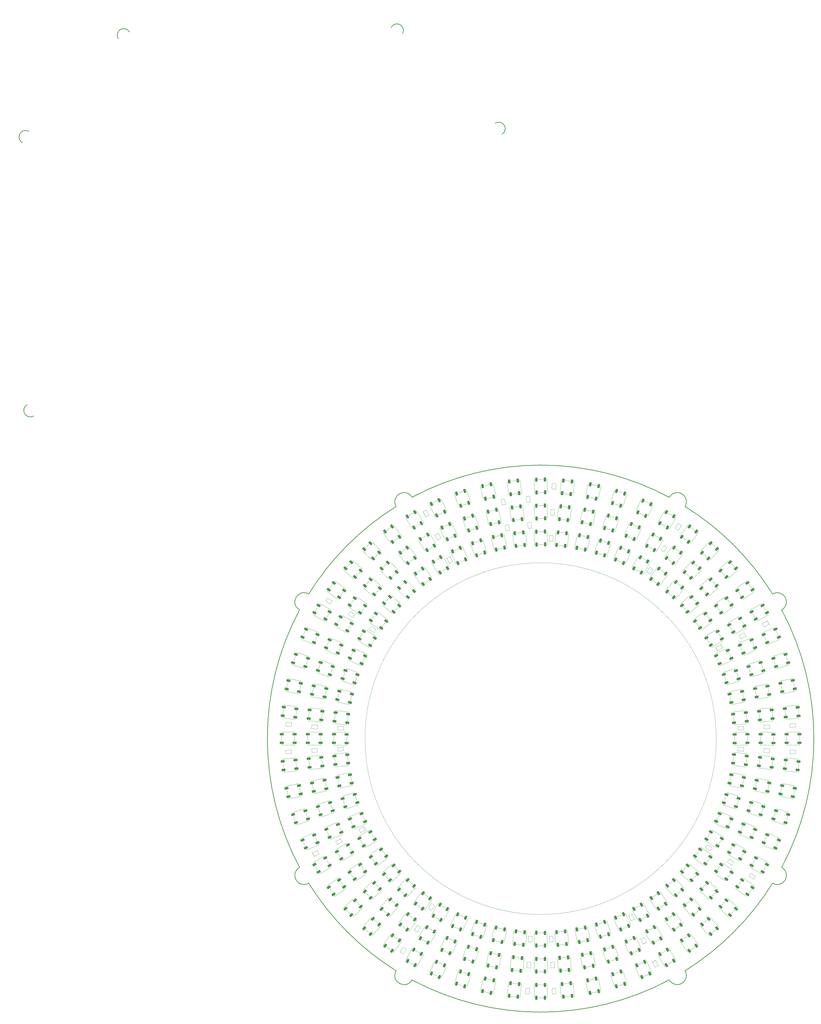
<source format=gtp>
G04 Layer_Color=8421504*
%FSLAX42Y42*%
%MOMM*%
G71*
G01*
G75*
G04:AMPARAMS|DCode=10|XSize=1.5mm|YSize=0.9mm|CornerRadius=0mm|HoleSize=0mm|Usage=FLASHONLY|Rotation=186.000|XOffset=0mm|YOffset=0mm|HoleType=Round|Shape=Rectangle|*
%AMROTATEDRECTD10*
4,1,4,0.70,0.53,0.79,-0.37,-0.70,-0.53,-0.79,0.37,0.70,0.53,0.0*
%
%ADD10ROTATEDRECTD10*%

G04:AMPARAMS|DCode=11|XSize=1.5mm|YSize=0.9mm|CornerRadius=0mm|HoleSize=0mm|Usage=FLASHONLY|Rotation=90.933|XOffset=0mm|YOffset=0mm|HoleType=Round|Shape=Rectangle|*
%AMROTATEDRECTD11*
4,1,4,0.46,-0.74,-0.44,-0.76,-0.46,0.74,0.44,0.76,0.46,-0.74,0.0*
%
%ADD11ROTATEDRECTD11*%

G04:AMPARAMS|DCode=12|XSize=1.5mm|YSize=0.9mm|CornerRadius=0mm|HoleSize=0mm|Usage=FLASHONLY|Rotation=83.500|XOffset=0mm|YOffset=0mm|HoleType=Round|Shape=Rectangle|*
%AMROTATEDRECTD12*
4,1,4,0.36,-0.80,-0.53,-0.69,-0.36,0.80,0.53,0.69,0.36,-0.80,0.0*
%
%ADD12ROTATEDRECTD12*%

G04:AMPARAMS|DCode=13|XSize=1.5mm|YSize=0.9mm|CornerRadius=0mm|HoleSize=0mm|Usage=FLASHONLY|Rotation=77.809|XOffset=0mm|YOffset=0mm|HoleType=Round|Shape=Rectangle|*
%AMROTATEDRECTD13*
4,1,4,0.28,-0.83,-0.60,-0.64,-0.28,0.83,0.60,0.64,0.28,-0.83,0.0*
%
%ADD13ROTATEDRECTD13*%

G04:AMPARAMS|DCode=14|XSize=1.5mm|YSize=0.9mm|CornerRadius=0mm|HoleSize=0mm|Usage=FLASHONLY|Rotation=72.154|XOffset=0mm|YOffset=0mm|HoleType=Round|Shape=Rectangle|*
%AMROTATEDRECTD14*
4,1,4,0.20,-0.85,-0.66,-0.58,-0.20,0.85,0.66,0.58,0.20,-0.85,0.0*
%
%ADD14ROTATEDRECTD14*%

G04:AMPARAMS|DCode=15|XSize=1.5mm|YSize=0.9mm|CornerRadius=0mm|HoleSize=0mm|Usage=FLASHONLY|Rotation=72.154|XOffset=0mm|YOffset=0mm|HoleType=Round|Shape=Rectangle|*
%AMROTATEDRECTD15*
4,1,4,0.20,-0.85,-0.66,-0.58,-0.20,0.85,0.66,0.58,0.20,-0.85,0.0*
%
%ADD15ROTATEDRECTD15*%

G04:AMPARAMS|DCode=16|XSize=1.5mm|YSize=0.9mm|CornerRadius=0mm|HoleSize=0mm|Usage=FLASHONLY|Rotation=66.145|XOffset=0mm|YOffset=0mm|HoleType=Round|Shape=Rectangle|*
%AMROTATEDRECTD16*
4,1,4,0.11,-0.87,-0.71,-0.50,-0.11,0.87,0.71,0.50,0.11,-0.87,0.0*
%
%ADD16ROTATEDRECTD16*%

G04:AMPARAMS|DCode=17|XSize=1.5mm|YSize=0.9mm|CornerRadius=0mm|HoleSize=0mm|Usage=FLASHONLY|Rotation=53.687|XOffset=0mm|YOffset=0mm|HoleType=Round|Shape=Rectangle|*
%AMROTATEDRECTD17*
4,1,4,-0.08,-0.87,-0.81,-0.34,0.08,0.87,0.81,0.34,-0.08,-0.87,0.0*
%
%ADD17ROTATEDRECTD17*%

G04:AMPARAMS|DCode=18|XSize=1.5mm|YSize=0.9mm|CornerRadius=0mm|HoleSize=0mm|Usage=FLASHONLY|Rotation=48.636|XOffset=0mm|YOffset=0mm|HoleType=Round|Shape=Rectangle|*
%AMROTATEDRECTD18*
4,1,4,-0.16,-0.86,-0.83,-0.27,0.16,0.86,0.83,0.27,-0.16,-0.86,0.0*
%
%ADD18ROTATEDRECTD18*%

G04:AMPARAMS|DCode=19|XSize=1.5mm|YSize=0.9mm|CornerRadius=0mm|HoleSize=0mm|Usage=FLASHONLY|Rotation=41.123|XOffset=0mm|YOffset=0mm|HoleType=Round|Shape=Rectangle|*
%AMROTATEDRECTD19*
4,1,4,-0.27,-0.83,-0.86,-0.15,0.27,0.83,0.86,0.15,-0.27,-0.83,0.0*
%
%ADD19ROTATEDRECTD19*%

G04:AMPARAMS|DCode=20|XSize=1.5mm|YSize=0.9mm|CornerRadius=0mm|HoleSize=0mm|Usage=FLASHONLY|Rotation=36.078|XOffset=0mm|YOffset=0mm|HoleType=Round|Shape=Rectangle|*
%AMROTATEDRECTD20*
4,1,4,-0.34,-0.81,-0.87,-0.08,0.34,0.81,0.87,0.08,-0.34,-0.81,0.0*
%
%ADD20ROTATEDRECTD20*%

G04:AMPARAMS|DCode=21|XSize=1.5mm|YSize=0.9mm|CornerRadius=0mm|HoleSize=0mm|Usage=FLASHONLY|Rotation=24.134|XOffset=0mm|YOffset=0mm|HoleType=Round|Shape=Rectangle|*
%AMROTATEDRECTD21*
4,1,4,-0.50,-0.72,-0.87,0.10,0.50,0.72,0.87,-0.10,-0.50,-0.72,0.0*
%
%ADD21ROTATEDRECTD21*%

G04:AMPARAMS|DCode=22|XSize=1.5mm|YSize=0.9mm|CornerRadius=0mm|HoleSize=0mm|Usage=FLASHONLY|Rotation=16.943|XOffset=0mm|YOffset=0mm|HoleType=Round|Shape=Rectangle|*
%AMROTATEDRECTD22*
4,1,4,-0.59,-0.65,-0.85,0.21,0.59,0.65,0.85,-0.21,-0.59,-0.65,0.0*
%
%ADD22ROTATEDRECTD22*%

G04:AMPARAMS|DCode=23|XSize=1.5mm|YSize=0.9mm|CornerRadius=0mm|HoleSize=0mm|Usage=FLASHONLY|Rotation=11.738|XOffset=0mm|YOffset=0mm|HoleType=Round|Shape=Rectangle|*
%AMROTATEDRECTD23*
4,1,4,-0.64,-0.59,-0.83,0.29,0.64,0.59,0.83,-0.29,-0.64,-0.59,0.0*
%
%ADD23ROTATEDRECTD23*%

G04:AMPARAMS|DCode=24|XSize=1.5mm|YSize=0.9mm|CornerRadius=0mm|HoleSize=0mm|Usage=FLASHONLY|Rotation=96.500|XOffset=0mm|YOffset=0mm|HoleType=Round|Shape=Rectangle|*
%AMROTATEDRECTD24*
4,1,4,0.53,-0.69,-0.36,-0.80,-0.53,0.69,0.36,0.80,0.53,-0.69,0.0*
%
%ADD24ROTATEDRECTD24*%

G04:AMPARAMS|DCode=25|XSize=1.5mm|YSize=0.9mm|CornerRadius=0mm|HoleSize=0mm|Usage=FLASHONLY|Rotation=91.000|XOffset=0mm|YOffset=0mm|HoleType=Round|Shape=Rectangle|*
%AMROTATEDRECTD25*
4,1,4,0.46,-0.74,-0.44,-0.76,-0.46,0.74,0.44,0.76,0.46,-0.74,0.0*
%
%ADD25ROTATEDRECTD25*%

G04:AMPARAMS|DCode=26|XSize=1.5mm|YSize=0.9mm|CornerRadius=0mm|HoleSize=0mm|Usage=FLASHONLY|Rotation=84.000|XOffset=0mm|YOffset=0mm|HoleType=Round|Shape=Rectangle|*
%AMROTATEDRECTD26*
4,1,4,0.37,-0.79,-0.53,-0.70,-0.37,0.79,0.53,0.70,0.37,-0.79,0.0*
%
%ADD26ROTATEDRECTD26*%

G04:AMPARAMS|DCode=27|XSize=1.5mm|YSize=0.9mm|CornerRadius=0mm|HoleSize=0mm|Usage=FLASHONLY|Rotation=78.000|XOffset=0mm|YOffset=0mm|HoleType=Round|Shape=Rectangle|*
%AMROTATEDRECTD27*
4,1,4,0.28,-0.83,-0.60,-0.64,-0.28,0.83,0.60,0.64,0.28,-0.83,0.0*
%
%ADD27ROTATEDRECTD27*%

G04:AMPARAMS|DCode=28|XSize=1.5mm|YSize=0.9mm|CornerRadius=0mm|HoleSize=0mm|Usage=FLASHONLY|Rotation=73.000|XOffset=0mm|YOffset=0mm|HoleType=Round|Shape=Rectangle|*
%AMROTATEDRECTD28*
4,1,4,0.21,-0.85,-0.65,-0.59,-0.21,0.85,0.65,0.59,0.21,-0.85,0.0*
%
%ADD28ROTATEDRECTD28*%

G04:AMPARAMS|DCode=29|XSize=1.5mm|YSize=0.9mm|CornerRadius=0mm|HoleSize=0mm|Usage=FLASHONLY|Rotation=67.000|XOffset=0mm|YOffset=0mm|HoleType=Round|Shape=Rectangle|*
%AMROTATEDRECTD29*
4,1,4,0.12,-0.87,-0.71,-0.51,-0.12,0.87,0.71,0.51,0.12,-0.87,0.0*
%
%ADD29ROTATEDRECTD29*%

G04:AMPARAMS|DCode=30|XSize=1.5mm|YSize=0.9mm|CornerRadius=0mm|HoleSize=0mm|Usage=FLASHONLY|Rotation=54.000|XOffset=0mm|YOffset=0mm|HoleType=Round|Shape=Rectangle|*
%AMROTATEDRECTD30*
4,1,4,-0.08,-0.87,-0.80,-0.34,0.08,0.87,0.80,0.34,-0.08,-0.87,0.0*
%
%ADD30ROTATEDRECTD30*%

G04:AMPARAMS|DCode=31|XSize=1.5mm|YSize=0.9mm|CornerRadius=0mm|HoleSize=0mm|Usage=FLASHONLY|Rotation=48.000|XOffset=0mm|YOffset=0mm|HoleType=Round|Shape=Rectangle|*
%AMROTATEDRECTD31*
4,1,4,-0.17,-0.86,-0.84,-0.26,0.17,0.86,0.84,0.26,-0.17,-0.86,0.0*
%
%ADD31ROTATEDRECTD31*%

G04:AMPARAMS|DCode=32|XSize=1.5mm|YSize=0.9mm|CornerRadius=0mm|HoleSize=0mm|Usage=FLASHONLY|Rotation=43.000|XOffset=0mm|YOffset=0mm|HoleType=Round|Shape=Rectangle|*
%AMROTATEDRECTD32*
4,1,4,-0.24,-0.84,-0.86,-0.18,0.24,0.84,0.86,0.18,-0.24,-0.84,0.0*
%
%ADD32ROTATEDRECTD32*%

G04:AMPARAMS|DCode=33|XSize=1.5mm|YSize=0.9mm|CornerRadius=0mm|HoleSize=0mm|Usage=FLASHONLY|Rotation=36.500|XOffset=0mm|YOffset=0mm|HoleType=Round|Shape=Rectangle|*
%AMROTATEDRECTD33*
4,1,4,-0.34,-0.81,-0.87,-0.08,0.34,0.81,0.87,0.08,-0.34,-0.81,0.0*
%
%ADD33ROTATEDRECTD33*%

G04:AMPARAMS|DCode=34|XSize=1.5mm|YSize=0.9mm|CornerRadius=0mm|HoleSize=0mm|Usage=FLASHONLY|Rotation=30.000|XOffset=0mm|YOffset=0mm|HoleType=Round|Shape=Rectangle|*
%AMROTATEDRECTD34*
4,1,4,-0.42,-0.76,-0.87,0.01,0.42,0.76,0.87,-0.01,-0.42,-0.76,0.0*
%
%ADD34ROTATEDRECTD34*%

G04:AMPARAMS|DCode=35|XSize=1.5mm|YSize=0.9mm|CornerRadius=0mm|HoleSize=0mm|Usage=FLASHONLY|Rotation=24.500|XOffset=0mm|YOffset=0mm|HoleType=Round|Shape=Rectangle|*
%AMROTATEDRECTD35*
4,1,4,-0.50,-0.72,-0.87,0.10,0.50,0.72,0.87,-0.10,-0.50,-0.72,0.0*
%
%ADD35ROTATEDRECTD35*%

G04:AMPARAMS|DCode=36|XSize=1.5mm|YSize=0.9mm|CornerRadius=0mm|HoleSize=0mm|Usage=FLASHONLY|Rotation=18.500|XOffset=0mm|YOffset=0mm|HoleType=Round|Shape=Rectangle|*
%AMROTATEDRECTD36*
4,1,4,-0.57,-0.66,-0.85,0.19,0.57,0.66,0.85,-0.19,-0.57,-0.66,0.0*
%
%ADD36ROTATEDRECTD36*%

G04:AMPARAMS|DCode=37|XSize=1.5mm|YSize=0.9mm|CornerRadius=0mm|HoleSize=0mm|Usage=FLASHONLY|Rotation=11.000|XOffset=0mm|YOffset=0mm|HoleType=Round|Shape=Rectangle|*
%AMROTATEDRECTD37*
4,1,4,-0.65,-0.58,-0.82,0.30,0.65,0.58,0.82,-0.30,-0.65,-0.58,0.0*
%
%ADD37ROTATEDRECTD37*%

G04:AMPARAMS|DCode=38|XSize=1.5mm|YSize=0.9mm|CornerRadius=0mm|HoleSize=0mm|Usage=FLASHONLY|Rotation=66.250|XOffset=0mm|YOffset=0mm|HoleType=Round|Shape=Rectangle|*
%AMROTATEDRECTD38*
4,1,4,0.11,-0.87,-0.71,-0.51,-0.11,0.87,0.71,0.51,0.11,-0.87,0.0*
%
%ADD38ROTATEDRECTD38*%

G04:AMPARAMS|DCode=39|XSize=1.5mm|YSize=0.9mm|CornerRadius=0mm|HoleSize=0mm|Usage=FLASHONLY|Rotation=53.500|XOffset=0mm|YOffset=0mm|HoleType=Round|Shape=Rectangle|*
%AMROTATEDRECTD39*
4,1,4,-0.08,-0.87,-0.81,-0.34,0.08,0.87,0.81,0.34,-0.08,-0.87,0.0*
%
%ADD39ROTATEDRECTD39*%

G04:AMPARAMS|DCode=40|XSize=1.5mm|YSize=0.9mm|CornerRadius=0mm|HoleSize=0mm|Usage=FLASHONLY|Rotation=42.000|XOffset=0mm|YOffset=0mm|HoleType=Round|Shape=Rectangle|*
%AMROTATEDRECTD40*
4,1,4,-0.26,-0.84,-0.86,-0.17,0.26,0.84,0.86,0.17,-0.26,-0.84,0.0*
%
%ADD40ROTATEDRECTD40*%

G04:AMPARAMS|DCode=41|XSize=1.5mm|YSize=0.9mm|CornerRadius=0mm|HoleSize=0mm|Usage=FLASHONLY|Rotation=36.000|XOffset=0mm|YOffset=0mm|HoleType=Round|Shape=Rectangle|*
%AMROTATEDRECTD41*
4,1,4,-0.34,-0.80,-0.87,-0.08,0.34,0.80,0.87,0.08,-0.34,-0.80,0.0*
%
%ADD41ROTATEDRECTD41*%

G04:AMPARAMS|DCode=42|XSize=1.5mm|YSize=0.9mm|CornerRadius=0mm|HoleSize=0mm|Usage=FLASHONLY|Rotation=24.113|XOffset=0mm|YOffset=0mm|HoleType=Round|Shape=Rectangle|*
%AMROTATEDRECTD42*
4,1,4,-0.50,-0.72,-0.87,0.10,0.50,0.72,0.87,-0.10,-0.50,-0.72,0.0*
%
%ADD42ROTATEDRECTD42*%

G04:AMPARAMS|DCode=43|XSize=1.5mm|YSize=0.9mm|CornerRadius=0mm|HoleSize=0mm|Usage=FLASHONLY|Rotation=18.000|XOffset=0mm|YOffset=0mm|HoleType=Round|Shape=Rectangle|*
%AMROTATEDRECTD43*
4,1,4,-0.57,-0.66,-0.85,0.20,0.57,0.66,0.85,-0.20,-0.57,-0.66,0.0*
%
%ADD43ROTATEDRECTD43*%

G04:AMPARAMS|DCode=44|XSize=1.5mm|YSize=0.9mm|CornerRadius=0mm|HoleSize=0mm|Usage=FLASHONLY|Rotation=12.500|XOffset=0mm|YOffset=0mm|HoleType=Round|Shape=Rectangle|*
%AMROTATEDRECTD44*
4,1,4,-0.63,-0.60,-0.83,0.28,0.63,0.60,0.83,-0.28,-0.63,-0.60,0.0*
%
%ADD44ROTATEDRECTD44*%

G04:AMPARAMS|DCode=45|XSize=1.5mm|YSize=0.9mm|CornerRadius=0mm|HoleSize=0mm|Usage=FLASHONLY|Rotation=5.500|XOffset=0mm|YOffset=0mm|HoleType=Round|Shape=Rectangle|*
%AMROTATEDRECTD45*
4,1,4,-0.70,-0.52,-0.79,0.38,0.70,0.52,0.79,-0.38,-0.70,-0.52,0.0*
%
%ADD45ROTATEDRECTD45*%

G04:AMPARAMS|DCode=46|XSize=1.5mm|YSize=0.9mm|CornerRadius=0mm|HoleSize=0mm|Usage=FLASHONLY|Rotation=72.500|XOffset=0mm|YOffset=0mm|HoleType=Round|Shape=Rectangle|*
%AMROTATEDRECTD46*
4,1,4,0.20,-0.85,-0.65,-0.58,-0.20,0.85,0.65,0.58,0.20,-0.85,0.0*
%
%ADD46ROTATEDRECTD46*%

G04:AMPARAMS|DCode=47|XSize=1.5mm|YSize=0.9mm|CornerRadius=0mm|HoleSize=0mm|Usage=FLASHONLY|Rotation=29.435|XOffset=0mm|YOffset=0mm|HoleType=Round|Shape=Rectangle|*
%AMROTATEDRECTD47*
4,1,4,-0.43,-0.76,-0.87,0.02,0.43,0.76,0.87,-0.02,-0.43,-0.76,0.0*
%
%ADD47ROTATEDRECTD47*%

G04:AMPARAMS|DCode=48|XSize=1.5mm|YSize=0.9mm|CornerRadius=0mm|HoleSize=0mm|Usage=FLASHONLY|Rotation=60.500|XOffset=0mm|YOffset=0mm|HoleType=Round|Shape=Rectangle|*
%AMROTATEDRECTD48*
4,1,4,0.02,-0.87,-0.76,-0.43,-0.02,0.87,0.76,0.43,0.02,-0.87,0.0*
%
%ADD48ROTATEDRECTD48*%

G04:AMPARAMS|DCode=49|XSize=1.5mm|YSize=0.9mm|CornerRadius=0mm|HoleSize=0mm|Usage=FLASHONLY|Rotation=61.000|XOffset=0mm|YOffset=0mm|HoleType=Round|Shape=Rectangle|*
%AMROTATEDRECTD49*
4,1,4,0.03,-0.87,-0.76,-0.44,-0.03,0.87,0.76,0.44,0.03,-0.87,0.0*
%
%ADD49ROTATEDRECTD49*%

G04:AMPARAMS|DCode=50|XSize=1.5mm|YSize=0.9mm|CornerRadius=0mm|HoleSize=0mm|Usage=FLASHONLY|Rotation=60.534|XOffset=0mm|YOffset=0mm|HoleType=Round|Shape=Rectangle|*
%AMROTATEDRECTD50*
4,1,4,0.02,-0.87,-0.76,-0.43,-0.02,0.87,0.76,0.43,0.02,-0.87,0.0*
%
%ADD50ROTATEDRECTD50*%

G04:AMPARAMS|DCode=51|XSize=1.5mm|YSize=0.9mm|CornerRadius=0mm|HoleSize=0mm|Usage=FLASHONLY|Rotation=0.500|XOffset=0mm|YOffset=0mm|HoleType=Round|Shape=Rectangle|*
%AMROTATEDRECTD51*
4,1,4,-0.75,-0.46,-0.75,0.44,0.75,0.46,0.75,-0.44,-0.75,-0.46,0.0*
%
%ADD51ROTATEDRECTD51*%

G04:AMPARAMS|DCode=52|XSize=1.5mm|YSize=0.9mm|CornerRadius=0mm|HoleSize=0mm|Usage=FLASHONLY|Rotation=359.500|XOffset=0mm|YOffset=0mm|HoleType=Round|Shape=Rectangle|*
%AMROTATEDRECTD52*
4,1,4,-0.75,-0.44,-0.75,0.46,0.75,0.44,0.75,-0.46,-0.75,-0.44,0.0*
%
%ADD52ROTATEDRECTD52*%

%ADD53R,1.50X0.90*%
G04:AMPARAMS|DCode=54|XSize=1.5mm|YSize=0.9mm|CornerRadius=0mm|HoleSize=0mm|Usage=FLASHONLY|Rotation=353.500|XOffset=0mm|YOffset=0mm|HoleType=Round|Shape=Rectangle|*
%AMROTATEDRECTD54*
4,1,4,-0.80,-0.36,-0.69,0.53,0.80,0.36,0.69,-0.53,-0.80,-0.36,0.0*
%
%ADD54ROTATEDRECTD54*%

G04:AMPARAMS|DCode=55|XSize=1.5mm|YSize=0.9mm|CornerRadius=0mm|HoleSize=0mm|Usage=FLASHONLY|Rotation=353.000|XOffset=0mm|YOffset=0mm|HoleType=Round|Shape=Rectangle|*
%AMROTATEDRECTD55*
4,1,4,-0.80,-0.36,-0.69,0.54,0.80,0.36,0.69,-0.54,-0.80,-0.36,0.0*
%
%ADD55ROTATEDRECTD55*%

G04:AMPARAMS|DCode=56|XSize=1.5mm|YSize=0.9mm|CornerRadius=0mm|HoleSize=0mm|Usage=FLASHONLY|Rotation=348.000|XOffset=0mm|YOffset=0mm|HoleType=Round|Shape=Rectangle|*
%AMROTATEDRECTD56*
4,1,4,-0.83,-0.28,-0.64,0.60,0.83,0.28,0.64,-0.60,-0.83,-0.28,0.0*
%
%ADD56ROTATEDRECTD56*%

G04:AMPARAMS|DCode=57|XSize=1.5mm|YSize=0.9mm|CornerRadius=0mm|HoleSize=0mm|Usage=FLASHONLY|Rotation=342.000|XOffset=0mm|YOffset=0mm|HoleType=Round|Shape=Rectangle|*
%AMROTATEDRECTD57*
4,1,4,-0.85,-0.20,-0.57,0.66,0.85,0.20,0.57,-0.66,-0.85,-0.20,0.0*
%
%ADD57ROTATEDRECTD57*%

G04:AMPARAMS|DCode=58|XSize=1.5mm|YSize=0.9mm|CornerRadius=0mm|HoleSize=0mm|Usage=FLASHONLY|Rotation=342.000|XOffset=0mm|YOffset=0mm|HoleType=Round|Shape=Rectangle|*
%AMROTATEDRECTD58*
4,1,4,-0.85,-0.20,-0.57,0.66,0.85,0.20,0.57,-0.66,-0.85,-0.20,0.0*
%
%ADD58ROTATEDRECTD58*%

G04:AMPARAMS|DCode=59|XSize=1.5mm|YSize=0.9mm|CornerRadius=0mm|HoleSize=0mm|Usage=FLASHONLY|Rotation=348.000|XOffset=0mm|YOffset=0mm|HoleType=Round|Shape=Rectangle|*
%AMROTATEDRECTD59*
4,1,4,-0.83,-0.28,-0.64,0.60,0.83,0.28,0.64,-0.60,-0.83,-0.28,0.0*
%
%ADD59ROTATEDRECTD59*%

G04:AMPARAMS|DCode=60|XSize=1.5mm|YSize=0.9mm|CornerRadius=0mm|HoleSize=0mm|Usage=FLASHONLY|Rotation=348.000|XOffset=0mm|YOffset=0mm|HoleType=Round|Shape=Rectangle|*
%AMROTATEDRECTD60*
4,1,4,-0.83,-0.28,-0.64,0.60,0.83,0.28,0.64,-0.60,-0.83,-0.28,0.0*
%
%ADD60ROTATEDRECTD60*%

G04:AMPARAMS|DCode=61|XSize=1.5mm|YSize=0.9mm|CornerRadius=0mm|HoleSize=0mm|Usage=FLASHONLY|Rotation=335.990|XOffset=0mm|YOffset=0mm|HoleType=Round|Shape=Rectangle|*
%AMROTATEDRECTD61*
4,1,4,-0.87,-0.11,-0.50,0.72,0.87,0.11,0.50,-0.72,-0.87,-0.11,0.0*
%
%ADD61ROTATEDRECTD61*%

G04:AMPARAMS|DCode=62|XSize=1.5mm|YSize=0.9mm|CornerRadius=0mm|HoleSize=0mm|Usage=FLASHONLY|Rotation=335.751|XOffset=0mm|YOffset=0mm|HoleType=Round|Shape=Rectangle|*
%AMROTATEDRECTD62*
4,1,4,-0.87,-0.10,-0.50,0.72,0.87,0.10,0.50,-0.72,-0.87,-0.10,0.0*
%
%ADD62ROTATEDRECTD62*%

G04:AMPARAMS|DCode=63|XSize=1.5mm|YSize=0.9mm|CornerRadius=0mm|HoleSize=0mm|Usage=FLASHONLY|Rotation=335.000|XOffset=0mm|YOffset=0mm|HoleType=Round|Shape=Rectangle|*
%AMROTATEDRECTD63*
4,1,4,-0.87,-0.09,-0.49,0.72,0.87,0.09,0.49,-0.72,-0.87,-0.09,0.0*
%
%ADD63ROTATEDRECTD63*%

G04:AMPARAMS|DCode=64|XSize=1.5mm|YSize=0.9mm|CornerRadius=0mm|HoleSize=0mm|Usage=FLASHONLY|Rotation=329.000|XOffset=0mm|YOffset=0mm|HoleType=Round|Shape=Rectangle|*
%AMROTATEDRECTD64*
4,1,4,-0.87,0.00,-0.41,0.77,0.87,-0.00,0.41,-0.77,-0.87,0.00,0.0*
%
%ADD64ROTATEDRECTD64*%

G04:AMPARAMS|DCode=65|XSize=1.5mm|YSize=0.9mm|CornerRadius=0mm|HoleSize=0mm|Usage=FLASHONLY|Rotation=329.500|XOffset=0mm|YOffset=0mm|HoleType=Round|Shape=Rectangle|*
%AMROTATEDRECTD65*
4,1,4,-0.87,-0.01,-0.42,0.77,0.87,0.01,0.42,-0.77,-0.87,-0.01,0.0*
%
%ADD65ROTATEDRECTD65*%

G04:AMPARAMS|DCode=66|XSize=1.5mm|YSize=0.9mm|CornerRadius=0mm|HoleSize=0mm|Usage=FLASHONLY|Rotation=329.500|XOffset=0mm|YOffset=0mm|HoleType=Round|Shape=Rectangle|*
%AMROTATEDRECTD66*
4,1,4,-0.87,-0.01,-0.42,0.77,0.87,0.01,0.42,-0.77,-0.87,-0.01,0.0*
%
%ADD66ROTATEDRECTD66*%

G04:AMPARAMS|DCode=67|XSize=1.5mm|YSize=0.9mm|CornerRadius=0mm|HoleSize=0mm|Usage=FLASHONLY|Rotation=323.000|XOffset=0mm|YOffset=0mm|HoleType=Round|Shape=Rectangle|*
%AMROTATEDRECTD67*
4,1,4,-0.87,0.09,-0.33,0.81,0.87,-0.09,0.33,-0.81,-0.87,0.09,0.0*
%
%ADD67ROTATEDRECTD67*%

G04:AMPARAMS|DCode=68|XSize=1.5mm|YSize=0.9mm|CornerRadius=0mm|HoleSize=0mm|Usage=FLASHONLY|Rotation=324.000|XOffset=0mm|YOffset=0mm|HoleType=Round|Shape=Rectangle|*
%AMROTATEDRECTD68*
4,1,4,-0.87,0.08,-0.34,0.80,0.87,-0.08,0.34,-0.80,-0.87,0.08,0.0*
%
%ADD68ROTATEDRECTD68*%

G04:AMPARAMS|DCode=69|XSize=1.5mm|YSize=0.9mm|CornerRadius=0mm|HoleSize=0mm|Usage=FLASHONLY|Rotation=323.500|XOffset=0mm|YOffset=0mm|HoleType=Round|Shape=Rectangle|*
%AMROTATEDRECTD69*
4,1,4,-0.87,0.08,-0.34,0.81,0.87,-0.08,0.34,-0.81,-0.87,0.08,0.0*
%
%ADD69ROTATEDRECTD69*%

G04:AMPARAMS|DCode=70|XSize=1.5mm|YSize=0.9mm|CornerRadius=0mm|HoleSize=0mm|Usage=FLASHONLY|Rotation=318.000|XOffset=0mm|YOffset=0mm|HoleType=Round|Shape=Rectangle|*
%AMROTATEDRECTD70*
4,1,4,-0.86,0.17,-0.26,0.84,0.86,-0.17,0.26,-0.84,-0.86,0.17,0.0*
%
%ADD70ROTATEDRECTD70*%

G04:AMPARAMS|DCode=71|XSize=1.5mm|YSize=0.9mm|CornerRadius=0mm|HoleSize=0mm|Usage=FLASHONLY|Rotation=318.000|XOffset=0mm|YOffset=0mm|HoleType=Round|Shape=Rectangle|*
%AMROTATEDRECTD71*
4,1,4,-0.86,0.17,-0.26,0.84,0.86,-0.17,0.26,-0.84,-0.86,0.17,0.0*
%
%ADD71ROTATEDRECTD71*%

G04:AMPARAMS|DCode=72|XSize=1.5mm|YSize=0.9mm|CornerRadius=0mm|HoleSize=0mm|Usage=FLASHONLY|Rotation=311.500|XOffset=0mm|YOffset=0mm|HoleType=Round|Shape=Rectangle|*
%AMROTATEDRECTD72*
4,1,4,-0.83,0.26,-0.16,0.86,0.83,-0.26,0.16,-0.86,-0.83,0.26,0.0*
%
%ADD72ROTATEDRECTD72*%

G04:AMPARAMS|DCode=73|XSize=1.5mm|YSize=0.9mm|CornerRadius=0mm|HoleSize=0mm|Usage=FLASHONLY|Rotation=306.000|XOffset=0mm|YOffset=0mm|HoleType=Round|Shape=Rectangle|*
%AMROTATEDRECTD73*
4,1,4,-0.80,0.34,-0.08,0.87,0.80,-0.34,0.08,-0.87,-0.80,0.34,0.0*
%
%ADD73ROTATEDRECTD73*%

G04:AMPARAMS|DCode=74|XSize=1.5mm|YSize=0.9mm|CornerRadius=0mm|HoleSize=0mm|Usage=FLASHONLY|Rotation=305.000|XOffset=0mm|YOffset=0mm|HoleType=Round|Shape=Rectangle|*
%AMROTATEDRECTD74*
4,1,4,-0.80,0.36,-0.06,0.87,0.80,-0.36,0.06,-0.87,-0.80,0.36,0.0*
%
%ADD74ROTATEDRECTD74*%

G04:AMPARAMS|DCode=75|XSize=1.5mm|YSize=0.9mm|CornerRadius=0mm|HoleSize=0mm|Usage=FLASHONLY|Rotation=304.500|XOffset=0mm|YOffset=0mm|HoleType=Round|Shape=Rectangle|*
%AMROTATEDRECTD75*
4,1,4,-0.80,0.36,-0.05,0.87,0.80,-0.36,0.05,-0.87,-0.80,0.36,0.0*
%
%ADD75ROTATEDRECTD75*%

G04:AMPARAMS|DCode=76|XSize=1.5mm|YSize=0.9mm|CornerRadius=0mm|HoleSize=0mm|Usage=FLASHONLY|Rotation=300.239|XOffset=0mm|YOffset=0mm|HoleType=Round|Shape=Rectangle|*
%AMROTATEDRECTD76*
4,1,4,-0.77,0.42,0.01,0.87,0.77,-0.42,-0.01,-0.87,-0.77,0.42,0.0*
%
%ADD76ROTATEDRECTD76*%

G04:AMPARAMS|DCode=77|XSize=1.5mm|YSize=0.9mm|CornerRadius=0mm|HoleSize=0mm|Usage=FLASHONLY|Rotation=299.432|XOffset=0mm|YOffset=0mm|HoleType=Round|Shape=Rectangle|*
%AMROTATEDRECTD77*
4,1,4,-0.76,0.43,0.02,0.87,0.76,-0.43,-0.02,-0.87,-0.76,0.43,0.0*
%
%ADD77ROTATEDRECTD77*%

G04:AMPARAMS|DCode=78|XSize=1.5mm|YSize=0.9mm|CornerRadius=0mm|HoleSize=0mm|Usage=FLASHONLY|Rotation=299.000|XOffset=0mm|YOffset=0mm|HoleType=Round|Shape=Rectangle|*
%AMROTATEDRECTD78*
4,1,4,-0.76,0.44,0.03,0.87,0.76,-0.44,-0.03,-0.87,-0.76,0.44,0.0*
%
%ADD78ROTATEDRECTD78*%

G04:AMPARAMS|DCode=79|XSize=1.5mm|YSize=0.9mm|CornerRadius=0mm|HoleSize=0mm|Usage=FLASHONLY|Rotation=293.500|XOffset=0mm|YOffset=0mm|HoleType=Round|Shape=Rectangle|*
%AMROTATEDRECTD79*
4,1,4,-0.71,0.51,0.11,0.87,0.71,-0.51,-0.11,-0.87,-0.71,0.51,0.0*
%
%ADD79ROTATEDRECTD79*%

G04:AMPARAMS|DCode=80|XSize=1.5mm|YSize=0.9mm|CornerRadius=0mm|HoleSize=0mm|Usage=FLASHONLY|Rotation=293.000|XOffset=0mm|YOffset=0mm|HoleType=Round|Shape=Rectangle|*
%AMROTATEDRECTD80*
4,1,4,-0.71,0.51,0.12,0.87,0.71,-0.51,-0.12,-0.87,-0.71,0.51,0.0*
%
%ADD80ROTATEDRECTD80*%

G04:AMPARAMS|DCode=81|XSize=1.5mm|YSize=0.9mm|CornerRadius=0mm|HoleSize=0mm|Usage=FLASHONLY|Rotation=294.000|XOffset=0mm|YOffset=0mm|HoleType=Round|Shape=Rectangle|*
%AMROTATEDRECTD81*
4,1,4,-0.72,0.50,0.11,0.87,0.72,-0.50,-0.11,-0.87,-0.72,0.50,0.0*
%
%ADD81ROTATEDRECTD81*%

G04:AMPARAMS|DCode=82|XSize=1.5mm|YSize=0.9mm|CornerRadius=0mm|HoleSize=0mm|Usage=FLASHONLY|Rotation=287.000|XOffset=0mm|YOffset=0mm|HoleType=Round|Shape=Rectangle|*
%AMROTATEDRECTD82*
4,1,4,-0.65,0.59,0.21,0.85,0.65,-0.59,-0.21,-0.85,-0.65,0.59,0.0*
%
%ADD82ROTATEDRECTD82*%

G04:AMPARAMS|DCode=83|XSize=1.5mm|YSize=0.9mm|CornerRadius=0mm|HoleSize=0mm|Usage=FLASHONLY|Rotation=288.000|XOffset=0mm|YOffset=0mm|HoleType=Round|Shape=Rectangle|*
%AMROTATEDRECTD83*
4,1,4,-0.66,0.57,0.20,0.85,0.66,-0.57,-0.20,-0.85,-0.66,0.57,0.0*
%
%ADD83ROTATEDRECTD83*%

G04:AMPARAMS|DCode=84|XSize=1.5mm|YSize=0.9mm|CornerRadius=0mm|HoleSize=0mm|Usage=FLASHONLY|Rotation=287.500|XOffset=0mm|YOffset=0mm|HoleType=Round|Shape=Rectangle|*
%AMROTATEDRECTD84*
4,1,4,-0.65,0.58,0.20,0.85,0.65,-0.58,-0.20,-0.85,-0.65,0.58,0.0*
%
%ADD84ROTATEDRECTD84*%

G04:AMPARAMS|DCode=85|XSize=1.5mm|YSize=0.9mm|CornerRadius=0mm|HoleSize=0mm|Usage=FLASHONLY|Rotation=281.500|XOffset=0mm|YOffset=0mm|HoleType=Round|Shape=Rectangle|*
%AMROTATEDRECTD85*
4,1,4,-0.59,0.65,0.29,0.82,0.59,-0.65,-0.29,-0.82,-0.59,0.65,0.0*
%
%ADD85ROTATEDRECTD85*%

G04:AMPARAMS|DCode=86|XSize=1.5mm|YSize=0.9mm|CornerRadius=0mm|HoleSize=0mm|Usage=FLASHONLY|Rotation=280.500|XOffset=0mm|YOffset=0mm|HoleType=Round|Shape=Rectangle|*
%AMROTATEDRECTD86*
4,1,4,-0.58,0.66,0.31,0.82,0.58,-0.66,-0.31,-0.82,-0.58,0.66,0.0*
%
%ADD86ROTATEDRECTD86*%

G04:AMPARAMS|DCode=87|XSize=1.5mm|YSize=0.9mm|CornerRadius=0mm|HoleSize=0mm|Usage=FLASHONLY|Rotation=270.109|XOffset=0mm|YOffset=0mm|HoleType=Round|Shape=Rectangle|*
%AMROTATEDRECTD87*
4,1,4,-0.45,0.75,0.45,0.75,0.45,-0.75,-0.45,-0.75,-0.45,0.75,0.0*
%
%ADD87ROTATEDRECTD87*%

G04:AMPARAMS|DCode=88|XSize=1.5mm|YSize=0.9mm|CornerRadius=0mm|HoleSize=0mm|Usage=FLASHONLY|Rotation=274.000|XOffset=0mm|YOffset=0mm|HoleType=Round|Shape=Rectangle|*
%AMROTATEDRECTD88*
4,1,4,-0.50,0.72,0.40,0.78,0.50,-0.72,-0.40,-0.78,-0.50,0.72,0.0*
%
%ADD88ROTATEDRECTD88*%

%ADD89R,0.90X1.50*%
G04:AMPARAMS|DCode=90|XSize=1.5mm|YSize=0.9mm|CornerRadius=0mm|HoleSize=0mm|Usage=FLASHONLY|Rotation=269.500|XOffset=0mm|YOffset=0mm|HoleType=Round|Shape=Rectangle|*
%AMROTATEDRECTD90*
4,1,4,-0.44,0.75,0.46,0.75,0.44,-0.75,-0.46,-0.75,-0.44,0.75,0.0*
%
%ADD90ROTATEDRECTD90*%

G04:AMPARAMS|DCode=91|XSize=1.5mm|YSize=0.9mm|CornerRadius=0mm|HoleSize=0mm|Usage=FLASHONLY|Rotation=216.767|XOffset=0mm|YOffset=0mm|HoleType=Round|Shape=Rectangle|*
%AMROTATEDRECTD91*
4,1,4,0.33,0.81,0.87,0.09,-0.33,-0.81,-0.87,-0.09,0.33,0.81,0.0*
%
%ADD91ROTATEDRECTD91*%

G04:AMPARAMS|DCode=92|XSize=1.5mm|YSize=0.9mm|CornerRadius=0mm|HoleSize=0mm|Usage=FLASHONLY|Rotation=203.000|XOffset=0mm|YOffset=0mm|HoleType=Round|Shape=Rectangle|*
%AMROTATEDRECTD92*
4,1,4,0.51,0.71,0.87,-0.12,-0.51,-0.71,-0.87,0.12,0.51,0.71,0.0*
%
%ADD92ROTATEDRECTD92*%

G04:AMPARAMS|DCode=93|XSize=1.5mm|YSize=0.9mm|CornerRadius=0mm|HoleSize=0mm|Usage=FLASHONLY|Rotation=186.500|XOffset=0mm|YOffset=0mm|HoleType=Round|Shape=Rectangle|*
%AMROTATEDRECTD93*
4,1,4,0.69,0.53,0.80,-0.36,-0.69,-0.53,-0.80,0.36,0.69,0.53,0.0*
%
%ADD93ROTATEDRECTD93*%

G04:AMPARAMS|DCode=94|XSize=1.5mm|YSize=0.9mm|CornerRadius=0mm|HoleSize=0mm|Usage=FLASHONLY|Rotation=179.000|XOffset=0mm|YOffset=0mm|HoleType=Round|Shape=Rectangle|*
%AMROTATEDRECTD94*
4,1,4,0.76,0.44,0.74,-0.46,-0.76,-0.44,-0.74,0.46,0.76,0.44,0.0*
%
%ADD94ROTATEDRECTD94*%

G04:AMPARAMS|DCode=95|XSize=1.5mm|YSize=0.9mm|CornerRadius=0mm|HoleSize=0mm|Usage=FLASHONLY|Rotation=172.500|XOffset=0mm|YOffset=0mm|HoleType=Round|Shape=Rectangle|*
%AMROTATEDRECTD95*
4,1,4,0.80,0.35,0.68,-0.54,-0.80,-0.35,-0.68,0.54,0.80,0.35,0.0*
%
%ADD95ROTATEDRECTD95*%

G04:AMPARAMS|DCode=96|XSize=1.5mm|YSize=0.9mm|CornerRadius=0mm|HoleSize=0mm|Usage=FLASHONLY|Rotation=167.000|XOffset=0mm|YOffset=0mm|HoleType=Round|Shape=Rectangle|*
%AMROTATEDRECTD96*
4,1,4,0.83,0.27,0.63,-0.61,-0.83,-0.27,-0.63,0.61,0.83,0.27,0.0*
%
%ADD96ROTATEDRECTD96*%

G04:AMPARAMS|DCode=97|XSize=1.5mm|YSize=0.9mm|CornerRadius=0mm|HoleSize=0mm|Usage=FLASHONLY|Rotation=161.000|XOffset=0mm|YOffset=0mm|HoleType=Round|Shape=Rectangle|*
%AMROTATEDRECTD97*
4,1,4,0.86,0.18,0.56,-0.67,-0.86,-0.18,-0.56,0.67,0.86,0.18,0.0*
%
%ADD97ROTATEDRECTD97*%

G04:AMPARAMS|DCode=98|XSize=1.5mm|YSize=0.9mm|CornerRadius=0mm|HoleSize=0mm|Usage=FLASHONLY|Rotation=160.500|XOffset=0mm|YOffset=0mm|HoleType=Round|Shape=Rectangle|*
%AMROTATEDRECTD98*
4,1,4,0.86,0.17,0.56,-0.67,-0.86,-0.17,-0.56,0.67,0.86,0.17,0.0*
%
%ADD98ROTATEDRECTD98*%

G04:AMPARAMS|DCode=99|XSize=1.5mm|YSize=0.9mm|CornerRadius=0mm|HoleSize=0mm|Usage=FLASHONLY|Rotation=154.500|XOffset=0mm|YOffset=0mm|HoleType=Round|Shape=Rectangle|*
%AMROTATEDRECTD99*
4,1,4,0.87,0.08,0.48,-0.73,-0.87,-0.08,-0.48,0.73,0.87,0.08,0.0*
%
%ADD99ROTATEDRECTD99*%

G04:AMPARAMS|DCode=100|XSize=1.5mm|YSize=0.9mm|CornerRadius=0mm|HoleSize=0mm|Usage=FLASHONLY|Rotation=148.500|XOffset=0mm|YOffset=0mm|HoleType=Round|Shape=Rectangle|*
%AMROTATEDRECTD100*
4,1,4,0.87,-0.01,0.40,-0.78,-0.87,0.01,-0.40,0.78,0.87,-0.01,0.0*
%
%ADD100ROTATEDRECTD100*%

G04:AMPARAMS|DCode=101|XSize=1.5mm|YSize=0.9mm|CornerRadius=0mm|HoleSize=0mm|Usage=FLASHONLY|Rotation=137.000|XOffset=0mm|YOffset=0mm|HoleType=Round|Shape=Rectangle|*
%AMROTATEDRECTD101*
4,1,4,0.86,-0.18,0.24,-0.84,-0.86,0.18,-0.24,0.84,0.86,-0.18,0.0*
%
%ADD101ROTATEDRECTD101*%

G04:AMPARAMS|DCode=102|XSize=1.5mm|YSize=0.9mm|CornerRadius=0mm|HoleSize=0mm|Usage=FLASHONLY|Rotation=134.500|XOffset=0mm|YOffset=0mm|HoleType=Round|Shape=Rectangle|*
%AMROTATEDRECTD102*
4,1,4,0.85,-0.22,0.20,-0.85,-0.85,0.22,-0.20,0.85,0.85,-0.22,0.0*
%
%ADD102ROTATEDRECTD102*%

G04:AMPARAMS|DCode=103|XSize=1.5mm|YSize=0.9mm|CornerRadius=0mm|HoleSize=0mm|Usage=FLASHONLY|Rotation=133.500|XOffset=0mm|YOffset=0mm|HoleType=Round|Shape=Rectangle|*
%AMROTATEDRECTD103*
4,1,4,0.84,-0.23,0.19,-0.85,-0.84,0.23,-0.19,0.85,0.84,-0.23,0.0*
%
%ADD103ROTATEDRECTD103*%

G04:AMPARAMS|DCode=104|XSize=1.5mm|YSize=0.9mm|CornerRadius=0mm|HoleSize=0mm|Usage=FLASHONLY|Rotation=127.000|XOffset=0mm|YOffset=0mm|HoleType=Round|Shape=Rectangle|*
%AMROTATEDRECTD104*
4,1,4,0.81,-0.33,0.09,-0.87,-0.81,0.33,-0.09,0.87,0.81,-0.33,0.0*
%
%ADD104ROTATEDRECTD104*%

G04:AMPARAMS|DCode=105|XSize=1.5mm|YSize=0.9mm|CornerRadius=0mm|HoleSize=0mm|Usage=FLASHONLY|Rotation=121.500|XOffset=0mm|YOffset=0mm|HoleType=Round|Shape=Rectangle|*
%AMROTATEDRECTD105*
4,1,4,0.78,-0.40,0.01,-0.87,-0.78,0.40,-0.01,0.87,0.78,-0.40,0.0*
%
%ADD105ROTATEDRECTD105*%

G04:AMPARAMS|DCode=106|XSize=1.5mm|YSize=0.9mm|CornerRadius=0mm|HoleSize=0mm|Usage=FLASHONLY|Rotation=121.000|XOffset=0mm|YOffset=0mm|HoleType=Round|Shape=Rectangle|*
%AMROTATEDRECTD106*
4,1,4,0.77,-0.41,0.00,-0.87,-0.77,0.41,-0.00,0.87,0.77,-0.41,0.0*
%
%ADD106ROTATEDRECTD106*%

G04:AMPARAMS|DCode=107|XSize=1.5mm|YSize=0.9mm|CornerRadius=0mm|HoleSize=0mm|Usage=FLASHONLY|Rotation=121.000|XOffset=0mm|YOffset=0mm|HoleType=Round|Shape=Rectangle|*
%AMROTATEDRECTD107*
4,1,4,0.77,-0.41,0.00,-0.87,-0.77,0.41,-0.00,0.87,0.77,-0.41,0.0*
%
%ADD107ROTATEDRECTD107*%

G04:AMPARAMS|DCode=108|XSize=1.5mm|YSize=0.9mm|CornerRadius=0mm|HoleSize=0mm|Usage=FLASHONLY|Rotation=115.500|XOffset=0mm|YOffset=0mm|HoleType=Round|Shape=Rectangle|*
%AMROTATEDRECTD108*
4,1,4,0.73,-0.48,-0.08,-0.87,-0.73,0.48,0.08,0.87,0.73,-0.48,0.0*
%
%ADD108ROTATEDRECTD108*%

G04:AMPARAMS|DCode=109|XSize=1.5mm|YSize=0.9mm|CornerRadius=0mm|HoleSize=0mm|Usage=FLASHONLY|Rotation=109.000|XOffset=0mm|YOffset=0mm|HoleType=Round|Shape=Rectangle|*
%AMROTATEDRECTD109*
4,1,4,0.67,-0.56,-0.18,-0.86,-0.67,0.56,0.18,0.86,0.67,-0.56,0.0*
%
%ADD109ROTATEDRECTD109*%

%ADD112C,0.10*%
%ADD113C,0.25*%
D10*
X-7884Y-995D02*
D03*
X-7919Y-666D02*
D03*
X-7431Y-615D02*
D03*
X-7397Y-943D02*
D03*
X7883Y997D02*
D03*
X7920Y669D02*
D03*
X7433Y613D02*
D03*
X7396Y941D02*
D03*
X8879Y1099D02*
D03*
X8913Y771D02*
D03*
X8426Y720D02*
D03*
X8391Y1048D02*
D03*
X-9873Y-1204D02*
D03*
X-9908Y-875D02*
D03*
X-9420Y-824D02*
D03*
X-9386Y-1152D02*
D03*
D11*
X-169Y7942D02*
D03*
X161Y7948D02*
D03*
X169Y7458D02*
D03*
X-161Y7452D02*
D03*
D12*
X669Y7920D02*
D03*
X997Y7883D02*
D03*
X941Y7396D02*
D03*
X613Y7433D02*
D03*
X-874Y-9907D02*
D03*
X-1203Y-9874D02*
D03*
X-1154Y-9387D02*
D03*
X-825Y-9420D02*
D03*
X-664Y-7918D02*
D03*
X-993Y-7886D02*
D03*
X-946Y-7398D02*
D03*
X-617Y-7430D02*
D03*
X-771Y-8913D02*
D03*
X-1099Y-8879D02*
D03*
X-1048Y-8392D02*
D03*
X-720Y-8426D02*
D03*
D13*
X1491Y7806D02*
D03*
X1814Y7736D02*
D03*
X1710Y7257D02*
D03*
X1388Y7327D02*
D03*
X-1906Y-9762D02*
D03*
X-2229Y-9693D02*
D03*
X-2127Y-9214D02*
D03*
X-1804Y-9283D02*
D03*
X-1698Y-8784D02*
D03*
X-2021Y-8715D02*
D03*
X-1919Y-8236D02*
D03*
X-1597Y-8305D02*
D03*
X-1490Y-7806D02*
D03*
X-1813Y-7737D02*
D03*
X-1711Y-7258D02*
D03*
X-1389Y-7326D02*
D03*
D14*
X2297Y7607D02*
D03*
X2461Y7039D02*
D03*
X2147Y7140D02*
D03*
X-2916Y-9509D02*
D03*
X-3230Y-9407D02*
D03*
X-3079Y-8941D02*
D03*
X-2765Y-9043D02*
D03*
X-2605Y-8557D02*
D03*
X-2919Y-8458D02*
D03*
X-2772Y-7991D02*
D03*
X-2457Y-8090D02*
D03*
X-2301Y-7608D02*
D03*
X-2614Y-7503D02*
D03*
X-2458Y-7038D02*
D03*
X-2145Y-7143D02*
D03*
D15*
X2612Y7506D02*
D03*
D16*
X3080Y7325D02*
D03*
X3382Y7192D02*
D03*
X3184Y6743D02*
D03*
X2882Y6877D02*
D03*
X-3078Y-7325D02*
D03*
X-3381Y-7193D02*
D03*
X-3185Y-6744D02*
D03*
X-2883Y-6875D02*
D03*
D17*
X4538Y6525D02*
D03*
X4804Y6329D02*
D03*
X4514Y5934D02*
D03*
X4248Y6130D02*
D03*
X-5709Y-8143D02*
D03*
X-5978Y-7951D02*
D03*
X-5694Y-7552D02*
D03*
X-5425Y-7744D02*
D03*
X-5127Y-7334D02*
D03*
X-5392Y-7137D02*
D03*
X-5101Y-6743D02*
D03*
X-4835Y-6940D02*
D03*
X-4534Y-6525D02*
D03*
X-4803Y-6333D02*
D03*
X-4518Y-5934D02*
D03*
X-4249Y-6126D02*
D03*
D18*
X5190Y6015D02*
D03*
X5438Y5797D02*
D03*
X5114Y5429D02*
D03*
X4867Y5647D02*
D03*
D19*
X5798Y5438D02*
D03*
X6015Y5189D02*
D03*
X5646Y4867D02*
D03*
X5429Y5115D02*
D03*
D20*
X6330Y4804D02*
D03*
X6525Y4537D02*
D03*
X6129Y4248D02*
D03*
X5934Y4515D02*
D03*
X-7951Y-5978D02*
D03*
X-8143Y-5709D02*
D03*
X-7744Y-5425D02*
D03*
X-7552Y-5694D02*
D03*
X-7140Y-5391D02*
D03*
X-7334Y-5124D02*
D03*
X-6937Y-4836D02*
D03*
X-6743Y-5103D02*
D03*
D21*
X7190Y3383D02*
D03*
X7325Y3081D02*
D03*
X6878Y2881D02*
D03*
X6743Y3182D02*
D03*
X-7191Y-3382D02*
D03*
X-7325Y-3081D02*
D03*
X-6878Y-2881D02*
D03*
X-6743Y-3183D02*
D03*
X-9020Y-4194D02*
D03*
X-9152Y-3892D02*
D03*
X-8703Y-3696D02*
D03*
X-8571Y-3999D02*
D03*
D22*
X7509Y2609D02*
D03*
X7606Y2293D02*
D03*
X7137Y2150D02*
D03*
X7041Y2466D02*
D03*
D23*
X7738Y1812D02*
D03*
X7805Y1489D02*
D03*
X7325Y1390D02*
D03*
X7258Y1713D02*
D03*
X-7739Y-1811D02*
D03*
X-7805Y-1488D02*
D03*
X-7325Y-1390D02*
D03*
X-7259Y-1714D02*
D03*
X-8715Y-2021D02*
D03*
X-8784Y-1698D02*
D03*
X-8305Y-1596D02*
D03*
X-8236Y-1919D02*
D03*
X-9692Y-2231D02*
D03*
X-9763Y-1909D02*
D03*
X-9285Y-1803D02*
D03*
X-9213Y-2125D02*
D03*
D24*
X-997Y7883D02*
D03*
X-669Y7920D02*
D03*
X-613Y7433D02*
D03*
X-941Y7396D02*
D03*
X-1101Y8877D02*
D03*
X-773Y8914D02*
D03*
X-718Y8428D02*
D03*
X-1046Y8390D02*
D03*
X-1206Y9872D02*
D03*
X-878Y9909D02*
D03*
X-822Y9422D02*
D03*
X-1150Y9385D02*
D03*
X1204Y-9873D02*
D03*
X875Y-9908D02*
D03*
X824Y-9420D02*
D03*
X1152Y-9386D02*
D03*
X995Y-7884D02*
D03*
X666Y-7919D02*
D03*
X615Y-7431D02*
D03*
X943Y-7397D02*
D03*
D25*
X-169Y8942D02*
D03*
X161Y8948D02*
D03*
X169Y8458D02*
D03*
X-161Y8452D02*
D03*
X-169Y9942D02*
D03*
X161Y9948D02*
D03*
X169Y9458D02*
D03*
X-161Y9452D02*
D03*
D26*
X771Y8913D02*
D03*
X1099Y8879D02*
D03*
X1048Y8391D02*
D03*
X720Y8426D02*
D03*
X875Y9908D02*
D03*
X1204Y9873D02*
D03*
X1152Y9386D02*
D03*
X824Y9420D02*
D03*
D27*
X1698Y8784D02*
D03*
X2021Y8715D02*
D03*
X1919Y8236D02*
D03*
X1596Y8305D02*
D03*
X1906Y9762D02*
D03*
X2229Y9693D02*
D03*
X2127Y9214D02*
D03*
X1804Y9283D02*
D03*
D28*
X2602Y8557D02*
D03*
X2918Y8460D02*
D03*
X2775Y7992D02*
D03*
X2459Y8088D02*
D03*
D29*
X3482Y8238D02*
D03*
X3786Y8109D02*
D03*
X3595Y7658D02*
D03*
X3291Y7787D02*
D03*
X-3892Y-9152D02*
D03*
X-4194Y-9020D02*
D03*
X-3999Y-8571D02*
D03*
X-3696Y-8703D02*
D03*
X-3482Y-8238D02*
D03*
X-3786Y-8109D02*
D03*
X-3595Y-7658D02*
D03*
X-3291Y-7787D02*
D03*
D30*
X5124Y7334D02*
D03*
X5391Y7140D02*
D03*
X5103Y6743D02*
D03*
X4836Y6937D02*
D03*
D31*
X5863Y6758D02*
D03*
X6108Y6537D02*
D03*
X5780Y6173D02*
D03*
X5535Y6394D02*
D03*
X6532Y7501D02*
D03*
X6777Y7280D02*
D03*
X6449Y6916D02*
D03*
X6204Y7137D02*
D03*
X-5196Y-6014D02*
D03*
X-5439Y-5791D02*
D03*
X-5108Y-5430D02*
D03*
X-4865Y-5653D02*
D03*
X-5860Y-6758D02*
D03*
X-6107Y-6540D02*
D03*
X-5783Y-6173D02*
D03*
X-5536Y-6391D02*
D03*
X-6532Y-7501D02*
D03*
X-6777Y-7280D02*
D03*
X-6449Y-6916D02*
D03*
X-6204Y-7137D02*
D03*
D32*
X6532Y6109D02*
D03*
X6757Y5868D02*
D03*
X6399Y5534D02*
D03*
X6174Y5775D02*
D03*
D33*
X7137Y5392D02*
D03*
X7334Y5127D02*
D03*
X6940Y4835D02*
D03*
X6743Y5101D02*
D03*
D34*
X7664Y4615D02*
D03*
X7829Y4330D02*
D03*
X7405Y4085D02*
D03*
X7240Y4370D02*
D03*
X8530Y5115D02*
D03*
X8695Y4830D02*
D03*
X8271Y4585D02*
D03*
X8106Y4870D02*
D03*
X-8528Y-5117D02*
D03*
X-8695Y-4832D02*
D03*
X-8273Y-4583D02*
D03*
X-8106Y-4868D02*
D03*
X-7662Y-4617D02*
D03*
X-7829Y-4332D02*
D03*
X-7407Y-4083D02*
D03*
X-7240Y-4368D02*
D03*
X-6798Y-4115D02*
D03*
X-6963Y-3830D02*
D03*
X-6539Y-3585D02*
D03*
X-6374Y-3870D02*
D03*
D35*
X8102Y3790D02*
D03*
X8239Y3490D02*
D03*
X7793Y3287D02*
D03*
X7656Y3587D02*
D03*
D36*
X8454Y2923D02*
D03*
X8559Y2610D02*
D03*
X8094Y2454D02*
D03*
X7989Y2767D02*
D03*
X-9407Y-3230D02*
D03*
X-9509Y-2916D02*
D03*
X-9043Y-2765D02*
D03*
X-8941Y-3079D02*
D03*
X-8454Y-2923D02*
D03*
X-8559Y-2610D02*
D03*
X-8094Y-2454D02*
D03*
X-7989Y-2767D02*
D03*
X-7503Y-2614D02*
D03*
X-7608Y-2301D02*
D03*
X-7143Y-2145D02*
D03*
X-7038Y-2458D02*
D03*
D37*
X8719Y2018D02*
D03*
X8782Y1694D02*
D03*
X8301Y1600D02*
D03*
X8238Y1924D02*
D03*
D38*
X3932Y9135D02*
D03*
X4234Y9002D02*
D03*
X4036Y8553D02*
D03*
X3734Y8686D02*
D03*
D39*
X5715Y8143D02*
D03*
X5980Y7946D02*
D03*
X5688Y7552D02*
D03*
X5423Y7749D02*
D03*
D40*
X7280Y6777D02*
D03*
X7501Y6532D02*
D03*
X7137Y6204D02*
D03*
X6916Y6449D02*
D03*
X-7280Y-6777D02*
D03*
X-7501Y-6532D02*
D03*
X-7137Y-6204D02*
D03*
X-6916Y-6449D02*
D03*
X-6535Y-6109D02*
D03*
X-6757Y-5865D02*
D03*
X-6396Y-5534D02*
D03*
X-6173Y-5778D02*
D03*
X-5791Y-5439D02*
D03*
X-6014Y-5196D02*
D03*
X-5653Y-4865D02*
D03*
X-5430Y-5108D02*
D03*
D41*
X7949Y5979D02*
D03*
X8143Y5712D02*
D03*
X7746Y5424D02*
D03*
X7552Y5691D02*
D03*
D42*
X9018Y4196D02*
D03*
X9152Y3895D02*
D03*
X8705Y3695D02*
D03*
X8570Y3996D02*
D03*
D43*
X9407Y3230D02*
D03*
X9509Y2916D02*
D03*
X9043Y2765D02*
D03*
X8941Y3079D02*
D03*
D44*
X9692Y2231D02*
D03*
X9763Y1909D02*
D03*
X9285Y1803D02*
D03*
X9213Y2125D02*
D03*
D45*
X9875Y1202D02*
D03*
X9907Y873D02*
D03*
X9419Y826D02*
D03*
X9387Y1155D02*
D03*
D46*
X2914Y9509D02*
D03*
X3229Y9409D02*
D03*
X3081Y8942D02*
D03*
X2766Y9041D02*
D03*
D47*
X6801Y4114D02*
D03*
X6963Y3827D02*
D03*
X6536Y3586D02*
D03*
X6374Y3873D02*
D03*
D48*
X4827Y8695D02*
D03*
X5114Y8532D02*
D03*
X4873Y8106D02*
D03*
X4586Y8268D02*
D03*
X-3832Y-6963D02*
D03*
X-4117Y-6796D02*
D03*
X-3868Y-6374D02*
D03*
X-3583Y-6541D02*
D03*
X-4330Y-7829D02*
D03*
X-4615Y-7664D02*
D03*
X-4370Y-7240D02*
D03*
X-4085Y-7405D02*
D03*
D49*
X4324Y7829D02*
D03*
X4613Y7669D02*
D03*
X4376Y7240D02*
D03*
X4087Y7400D02*
D03*
X-4824Y-8695D02*
D03*
X-5113Y-8535D02*
D03*
X-4876Y-8106D02*
D03*
X-4587Y-8266D02*
D03*
D50*
X3827Y6963D02*
D03*
X4114Y6801D02*
D03*
X3873Y6374D02*
D03*
X3586Y6536D02*
D03*
D51*
X7944Y167D02*
D03*
X7946Y-163D02*
D03*
X7456Y-167D02*
D03*
X7454Y163D02*
D03*
X-8945Y-165D02*
D03*
X-8945Y165D02*
D03*
X-8455Y165D02*
D03*
X-8455Y-165D02*
D03*
X-9945Y-165D02*
D03*
X-9945Y165D02*
D03*
X-9455Y165D02*
D03*
X-9455Y-165D02*
D03*
D52*
X8946Y163D02*
D03*
X8944Y-167D02*
D03*
X8454Y-163D02*
D03*
X8456Y167D02*
D03*
D53*
X9945Y165D02*
D03*
X9945Y-165D02*
D03*
X9455Y-165D02*
D03*
X9455Y165D02*
D03*
D54*
X9909Y-878D02*
D03*
X9872Y-1206D02*
D03*
X9385Y-1150D02*
D03*
X9422Y-822D02*
D03*
X7920Y-669D02*
D03*
X7883Y-997D02*
D03*
X7396Y-941D02*
D03*
X7433Y-613D02*
D03*
X-8913Y771D02*
D03*
X-8879Y1099D02*
D03*
X-8391Y1048D02*
D03*
X-8426Y720D02*
D03*
X-7920Y669D02*
D03*
X-7883Y997D02*
D03*
X-7396Y941D02*
D03*
X-7433Y613D02*
D03*
D55*
X8916Y-775D02*
D03*
X8875Y-1103D02*
D03*
X8389Y-1043D02*
D03*
X8429Y-716D02*
D03*
D56*
X7806Y-1490D02*
D03*
X7737Y-1813D02*
D03*
X7258Y-1711D02*
D03*
X7326Y-1389D02*
D03*
X-8784Y1698D02*
D03*
X-8715Y2021D02*
D03*
X-8236Y1919D02*
D03*
X-8305Y1597D02*
D03*
X-9762Y1906D02*
D03*
X-9693Y2229D02*
D03*
X-9214Y2127D02*
D03*
X-9283Y1804D02*
D03*
D57*
X7607Y-2298D02*
D03*
X7505Y-2612D02*
D03*
X7039Y-2461D02*
D03*
X7141Y-2147D02*
D03*
X8558Y-2607D02*
D03*
X8456Y-2921D02*
D03*
X7990Y-2770D02*
D03*
X8092Y-2456D02*
D03*
X-9509Y2916D02*
D03*
X-9407Y3230D02*
D03*
X-8941Y3079D02*
D03*
X-9043Y2765D02*
D03*
D58*
X9509Y-2916D02*
D03*
X9407Y-3230D02*
D03*
X8941Y-3079D02*
D03*
X9043Y-2765D02*
D03*
D59*
X9762Y-1906D02*
D03*
X9693Y-2229D02*
D03*
X9214Y-2127D02*
D03*
X9283Y-1804D02*
D03*
D60*
X8784Y-1698D02*
D03*
X8715Y-2021D02*
D03*
X8236Y-1919D02*
D03*
X8305Y-1597D02*
D03*
D61*
X9152Y-3894D02*
D03*
X9018Y-4196D02*
D03*
X8570Y-3996D02*
D03*
X8705Y-3695D02*
D03*
X-8239Y3488D02*
D03*
X-8105Y3789D02*
D03*
X-7657Y3590D02*
D03*
X-7791Y3288D02*
D03*
X-9153Y3897D02*
D03*
X-9016Y4197D02*
D03*
X-8570Y3994D02*
D03*
X-8707Y3694D02*
D03*
D62*
X8239Y-3489D02*
D03*
X8103Y-3790D02*
D03*
X7657Y-3588D02*
D03*
X7792Y-3288D02*
D03*
D63*
X7326Y-3086D02*
D03*
X7187Y-3385D02*
D03*
X6743Y-3178D02*
D03*
X6882Y-2879D02*
D03*
D64*
X6963Y-3835D02*
D03*
X6793Y-4118D02*
D03*
X6373Y-3865D02*
D03*
X6543Y-3582D02*
D03*
D65*
X7829Y-4332D02*
D03*
X7662Y-4617D02*
D03*
X7240Y-4368D02*
D03*
X7407Y-4083D02*
D03*
X-7852Y4385D02*
D03*
X-7684Y4670D02*
D03*
X-7262Y4421D02*
D03*
X-7430Y4137D02*
D03*
X-8695Y4830D02*
D03*
X-8530Y5115D02*
D03*
X-8106Y4870D02*
D03*
X-8271Y4585D02*
D03*
D66*
X8695Y-4832D02*
D03*
X8528Y-5117D02*
D03*
X8106Y-4868D02*
D03*
X8273Y-4583D02*
D03*
D67*
X7333Y-5129D02*
D03*
X7135Y-5393D02*
D03*
X6743Y-5098D02*
D03*
X6942Y-4835D02*
D03*
D68*
X8143Y-5712D02*
D03*
X7949Y-5979D02*
D03*
X7552Y-5691D02*
D03*
X7746Y-5424D02*
D03*
X-8143Y5712D02*
D03*
X-7949Y5979D02*
D03*
X-7552Y5691D02*
D03*
X-7746Y5424D02*
D03*
X-7334Y5124D02*
D03*
X-7140Y5391D02*
D03*
X-6743Y5103D02*
D03*
X-6937Y4836D02*
D03*
X-6525Y4536D02*
D03*
X-6331Y4803D02*
D03*
X-5934Y4515D02*
D03*
X-6128Y4248D02*
D03*
D69*
X6525Y-4539D02*
D03*
X6328Y-4804D02*
D03*
X5934Y-4513D02*
D03*
X6131Y-4248D02*
D03*
D70*
X7501Y-6532D02*
D03*
X7280Y-6777D02*
D03*
X6916Y-6449D02*
D03*
X7137Y-6204D02*
D03*
X6758Y-5863D02*
D03*
X6537Y-6108D02*
D03*
X6173Y-5780D02*
D03*
X6394Y-5535D02*
D03*
X-6757Y5865D02*
D03*
X-6535Y6109D02*
D03*
X-6173Y5778D02*
D03*
X-6396Y5534D02*
D03*
X-7501Y6532D02*
D03*
X-7280Y6777D02*
D03*
X-6916Y6449D02*
D03*
X-7137Y6204D02*
D03*
D71*
X6015Y-5194D02*
D03*
X5794Y-5439D02*
D03*
X5430Y-5111D02*
D03*
X5651Y-4866D02*
D03*
D72*
X6776Y-7283D02*
D03*
X6529Y-7501D02*
D03*
X6205Y-7134D02*
D03*
X6452Y-6916D02*
D03*
X6107Y-6540D02*
D03*
X5860Y-6758D02*
D03*
X5536Y-6391D02*
D03*
X5783Y-6173D02*
D03*
X5438Y-5796D02*
D03*
X5191Y-6015D02*
D03*
X4866Y-5648D02*
D03*
X5114Y-5429D02*
D03*
D73*
X5979Y-7949D02*
D03*
X5712Y-8143D02*
D03*
X5424Y-7746D02*
D03*
X5691Y-7552D02*
D03*
X-4803Y6331D02*
D03*
X-4536Y6525D02*
D03*
X-4248Y6128D02*
D03*
X-4515Y5934D02*
D03*
X-5979Y7949D02*
D03*
X-5712Y8143D02*
D03*
X-5424Y7746D02*
D03*
X-5691Y7552D02*
D03*
D74*
X5389Y-7145D02*
D03*
X5119Y-7334D02*
D03*
X4838Y-6932D02*
D03*
X5108Y-6743D02*
D03*
D75*
X4801Y-6338D02*
D03*
X4529Y-6525D02*
D03*
X4251Y-6121D02*
D03*
X4523Y-5934D02*
D03*
D76*
X5116Y-8529D02*
D03*
X4831Y-8695D02*
D03*
X4584Y-8272D02*
D03*
X4869Y-8106D02*
D03*
D77*
X4614Y-7667D02*
D03*
X4327Y-7829D02*
D03*
X4086Y-7402D02*
D03*
X4373Y-7240D02*
D03*
D78*
X4113Y-6803D02*
D03*
X3824Y-6963D02*
D03*
X3587Y-6534D02*
D03*
X3876Y-6374D02*
D03*
D79*
X4194Y-9020D02*
D03*
X3892Y-9152D02*
D03*
X3696Y-8703D02*
D03*
X3999Y-8571D02*
D03*
X-3790Y8102D02*
D03*
X-3490Y8239D02*
D03*
X-3287Y7793D02*
D03*
X-3587Y7656D02*
D03*
X-3384Y7189D02*
D03*
X-3083Y7326D02*
D03*
X-2880Y6880D02*
D03*
X-3180Y6743D02*
D03*
D80*
X3786Y-8109D02*
D03*
X3482Y-8238D02*
D03*
X3291Y-7787D02*
D03*
X3595Y-7658D02*
D03*
D81*
X3382Y-7191D02*
D03*
X3081Y-7325D02*
D03*
X2881Y-6878D02*
D03*
X3183Y-6743D02*
D03*
D82*
X3227Y-9411D02*
D03*
X2911Y-9508D02*
D03*
X2768Y-9039D02*
D03*
X3084Y-8943D02*
D03*
D83*
X2921Y-8456D02*
D03*
X2607Y-8558D02*
D03*
X2456Y-8092D02*
D03*
X2770Y-7990D02*
D03*
X-2614Y7503D02*
D03*
X-2301Y7608D02*
D03*
X-2145Y7143D02*
D03*
X-2458Y7038D02*
D03*
D84*
X2610Y-7507D02*
D03*
X2296Y-7606D02*
D03*
X2148Y-7139D02*
D03*
X2463Y-7040D02*
D03*
D85*
X2227Y-9695D02*
D03*
X1904Y-9761D02*
D03*
X1806Y-9281D02*
D03*
X2130Y-9215D02*
D03*
X1811Y-7739D02*
D03*
X1488Y-7805D02*
D03*
X1390Y-7325D02*
D03*
X1714Y-7259D02*
D03*
X-1815Y7735D02*
D03*
X-1493Y7807D02*
D03*
X-1387Y7328D02*
D03*
X-1709Y7257D02*
D03*
X-2023Y8713D02*
D03*
X-1701Y8785D02*
D03*
X-1595Y8306D02*
D03*
X-1917Y8235D02*
D03*
X-2231Y9692D02*
D03*
X-1909Y9763D02*
D03*
X-1803Y9285D02*
D03*
X-2125Y9213D02*
D03*
D86*
X2016Y-8721D02*
D03*
X1691Y-8781D02*
D03*
X1602Y-8299D02*
D03*
X1926Y-8239D02*
D03*
D87*
X165Y-9945D02*
D03*
X-165Y-9945D02*
D03*
X-165Y-9455D02*
D03*
X165Y-9455D02*
D03*
D88*
X1091Y-8885D02*
D03*
X762Y-8908D02*
D03*
X728Y-8419D02*
D03*
X1057Y-8396D02*
D03*
D89*
X165Y-8945D02*
D03*
X-165Y-8945D02*
D03*
X-165Y-8455D02*
D03*
X165Y-8455D02*
D03*
D90*
X163Y-7946D02*
D03*
X-167Y-7944D02*
D03*
X-163Y-7454D02*
D03*
X167Y-7456D02*
D03*
D91*
X-6327Y-4805D02*
D03*
X-6524Y-4540D02*
D03*
X-6132Y-4247D02*
D03*
X-5934Y-4511D02*
D03*
D92*
X-8109Y-3786D02*
D03*
X-8238Y-3482D02*
D03*
X-7787Y-3291D02*
D03*
X-7658Y-3595D02*
D03*
D93*
X-8877Y-1101D02*
D03*
X-8914Y-773D02*
D03*
X-8428Y-718D02*
D03*
X-8390Y-1046D02*
D03*
D94*
X-7948Y-161D02*
D03*
X-7942Y169D02*
D03*
X-7452Y161D02*
D03*
X-7458Y-169D02*
D03*
D95*
X-9911Y882D02*
D03*
X-9868Y1209D02*
D03*
X-9382Y1146D02*
D03*
X-9425Y818D02*
D03*
D96*
X-7808Y1495D02*
D03*
X-7733Y1817D02*
D03*
X-7256Y1707D02*
D03*
X-7330Y1385D02*
D03*
D97*
X-8560Y2612D02*
D03*
X-8452Y2924D02*
D03*
X-7989Y2765D02*
D03*
X-8096Y2453D02*
D03*
D98*
X-7609Y2306D02*
D03*
X-7499Y2617D02*
D03*
X-7037Y2453D02*
D03*
X-7147Y2142D02*
D03*
D99*
X-7326Y3088D02*
D03*
X-7184Y3386D02*
D03*
X-6742Y3175D02*
D03*
X-6884Y2877D02*
D03*
D100*
X-6964Y3837D02*
D03*
X-6791Y4119D02*
D03*
X-6373Y3863D02*
D03*
X-6546Y3581D02*
D03*
D101*
X-6014Y5199D02*
D03*
X-5789Y5440D02*
D03*
X-5431Y5106D02*
D03*
X-5656Y4865D02*
D03*
D102*
X-5442Y5781D02*
D03*
X-5206Y6013D02*
D03*
X-4863Y5663D02*
D03*
X-5098Y5432D02*
D03*
D103*
X-6110Y6529D02*
D03*
X-5870Y6757D02*
D03*
X-5533Y6401D02*
D03*
X-5772Y6174D02*
D03*
X-6779Y7273D02*
D03*
X-6540Y7500D02*
D03*
X-6202Y7144D02*
D03*
X-6442Y6917D02*
D03*
D104*
X-5393Y7135D02*
D03*
X-5129Y7333D02*
D03*
X-4835Y6942D02*
D03*
X-5098Y6743D02*
D03*
D105*
X-4119Y6791D02*
D03*
X-3837Y6964D02*
D03*
X-3581Y6546D02*
D03*
X-3863Y6373D02*
D03*
D106*
X-4618Y7659D02*
D03*
X-4335Y7829D02*
D03*
X-4082Y7409D02*
D03*
X-4365Y7239D02*
D03*
D107*
X-5118Y8525D02*
D03*
X-4835Y8695D02*
D03*
X-4582Y8275D02*
D03*
X-4865Y8105D02*
D03*
D108*
X-4200Y9011D02*
D03*
X-3902Y9154D02*
D03*
X-3691Y8711D02*
D03*
X-3989Y8569D02*
D03*
D109*
X-3233Y9403D02*
D03*
X-2921Y9511D02*
D03*
X-2762Y9047D02*
D03*
X-3074Y8940D02*
D03*
X-2924Y8452D02*
D03*
X-2612Y8560D02*
D03*
X-2453Y8096D02*
D03*
X-2765Y7989D02*
D03*
D112*
X6750Y0D02*
G03*
X6750Y0I-6750J0D01*
G01*
X-7435Y-530D02*
X-7383Y-1027D01*
X-7933Y-582D02*
X-7880Y-1080D01*
X-7933Y-582D02*
X-7435Y-530D01*
X-7880Y-1080D02*
X-7383Y-1027D01*
X-246Y7446D02*
X254Y7454D01*
X-254Y7946D02*
X246Y7954D01*
X254Y7454D01*
X-254Y7946D02*
X-246Y7446D01*
X528Y7438D02*
X1025Y7381D01*
X585Y7935D02*
X1082Y7878D01*
X1025Y7381D02*
X1082Y7878D01*
X528Y7438D02*
X585Y7935D01*
X1304Y7340D02*
X1792Y7235D01*
X1409Y7829D02*
X1898Y7723D01*
X1792Y7235D02*
X1898Y7723D01*
X1304Y7340D02*
X1409Y7829D01*
X2065Y7162D02*
X2541Y7009D01*
X2218Y7638D02*
X2694Y7484D01*
X2541Y7009D02*
X2694Y7484D01*
X2065Y7162D02*
X2218Y7638D01*
X2802Y6907D02*
X3259Y6705D01*
X3004Y7364D02*
X3462Y7162D01*
X3259Y6705D02*
X3462Y7162D01*
X2802Y6907D02*
X3004Y7364D01*
X4176Y6176D02*
X4579Y5880D01*
X4473Y6579D02*
X4875Y6283D01*
X4579Y5880D02*
X4875Y6283D01*
X4176Y6176D02*
X4473Y6579D01*
X4799Y5700D02*
X5175Y5369D01*
X5130Y6075D02*
X5505Y5745D01*
X5175Y5369D02*
X5505Y5745D01*
X4799Y5700D02*
X5130Y6075D01*
X5369Y5176D02*
X5698Y4800D01*
X5746Y5505D02*
X6075Y5128D01*
X5698Y4800D02*
X6075Y5128D01*
X5369Y5176D02*
X5746Y5505D01*
X5880Y4581D02*
X6175Y4177D01*
X6284Y4875D02*
X6579Y4471D01*
X6175Y4177D02*
X6579Y4471D01*
X5880Y4581D02*
X6284Y4875D01*
X6704Y3258D02*
X6908Y2802D01*
X7160Y3462D02*
X7365Y3006D01*
X6908Y2802D02*
X7365Y3006D01*
X6704Y3258D02*
X7160Y3462D01*
X7011Y2546D02*
X7157Y2067D01*
X7489Y2691D02*
X7635Y2213D01*
X7157Y2067D02*
X7635Y2213D01*
X7011Y2546D02*
X7489Y2691D01*
X7236Y1795D02*
X7338Y1305D01*
X7726Y1897D02*
X7827Y1407D01*
X7338Y1305D02*
X7827Y1407D01*
X7236Y1795D02*
X7726Y1897D01*
X7381Y1025D02*
X7438Y528D01*
X7878Y1082D02*
X7935Y585D01*
X7438Y528D02*
X7935Y585D01*
X7381Y1025D02*
X7878Y1082D01*
X-1025Y7381D02*
X-528Y7438D01*
X-1082Y7878D02*
X-585Y7935D01*
X-528Y7438D01*
X-1082Y7878D02*
X-1025Y7381D01*
X-246Y8446D02*
X254Y8454D01*
X-254Y8946D02*
X246Y8954D01*
X254Y8454D01*
X-254Y8946D02*
X-246Y8446D01*
X635Y8430D02*
X1132Y8378D01*
X687Y8927D02*
X1184Y8875D01*
X1132Y8378D02*
X1184Y8875D01*
X635Y8430D02*
X687Y8927D01*
X1512Y8317D02*
X2001Y8213D01*
X1616Y8806D02*
X2105Y8702D01*
X2001Y8213D02*
X2105Y8702D01*
X1512Y8317D02*
X1616Y8806D01*
X2376Y8108D02*
X2854Y7962D01*
X2522Y8586D02*
X3001Y8440D01*
X2854Y7962D02*
X3001Y8440D01*
X2376Y8108D02*
X2522Y8586D01*
X3211Y7815D02*
X3671Y7620D01*
X3406Y8276D02*
X3866Y8080D01*
X3671Y7620D02*
X3866Y8080D01*
X3211Y7815D02*
X3406Y8276D01*
X4765Y6983D02*
X5169Y6689D01*
X5058Y7388D02*
X5463Y7094D01*
X5169Y6689D02*
X5463Y7094D01*
X4765Y6983D02*
X5058Y7388D01*
X5468Y6447D02*
X5840Y6112D01*
X5803Y6818D02*
X6175Y6484D01*
X5840Y6112D02*
X6175Y6484D01*
X5468Y6447D02*
X5803Y6818D01*
X6112Y5834D02*
X6453Y5468D01*
X6478Y6175D02*
X6819Y5809D01*
X6453Y5468D02*
X6819Y5809D01*
X6112Y5834D02*
X6478Y6175D01*
X6689Y5166D02*
X6986Y4764D01*
X7091Y5463D02*
X7388Y5061D01*
X6986Y4764D02*
X7388Y5061D01*
X6689Y5166D02*
X7091Y5463D01*
X7193Y4442D02*
X7443Y4008D01*
X7626Y4692D02*
X7876Y4258D01*
X7443Y4008D02*
X7876Y4258D01*
X7193Y4442D02*
X7626Y4692D01*
X7617Y3662D02*
X7824Y3207D01*
X8072Y3870D02*
X8279Y3415D01*
X7824Y3207D02*
X8279Y3415D01*
X7617Y3662D02*
X8072Y3870D01*
X7958Y2846D02*
X8116Y2372D01*
X8432Y3005D02*
X8591Y2531D01*
X8116Y2372D02*
X8591Y2531D01*
X7958Y2846D02*
X8432Y3005D01*
X8217Y2007D02*
X8312Y1516D01*
X8708Y2102D02*
X8803Y1611D01*
X8312Y1516D02*
X8803Y1611D01*
X8217Y2007D02*
X8708Y2102D01*
X8378Y1132D02*
X8430Y635D01*
X8875Y1184D02*
X8927Y687D01*
X8430Y635D02*
X8927Y687D01*
X8378Y1132D02*
X8875Y1184D01*
X-1129Y8376D02*
X-633Y8432D01*
X-1186Y8872D02*
X-689Y8929D01*
X-633Y8432D01*
X-1186Y8872D02*
X-1129Y8376D01*
X-246Y9446D02*
X254Y9454D01*
X-254Y9946D02*
X246Y9954D01*
X254Y9454D01*
X-254Y9946D02*
X-246Y9446D01*
X739Y9424D02*
X1236Y9372D01*
X791Y9922D02*
X1289Y9869D01*
X1236Y9372D02*
X1289Y9869D01*
X739Y9424D02*
X791Y9922D01*
X1720Y9295D02*
X2209Y9192D01*
X1824Y9785D02*
X2313Y9681D01*
X2209Y9192D02*
X2313Y9681D01*
X1720Y9295D02*
X1824Y9785D01*
X3654Y8716D02*
X4112Y8515D01*
X3856Y9174D02*
X4313Y8972D01*
X4112Y8515D02*
X4313Y8972D01*
X3654Y8716D02*
X3856Y9174D01*
X5352Y7795D02*
X5754Y7498D01*
X5649Y8197D02*
X6051Y7900D01*
X5754Y7498D02*
X6051Y7900D01*
X5352Y7795D02*
X5649Y8197D01*
X6137Y7190D02*
X6509Y6855D01*
X6472Y7562D02*
X6844Y7227D01*
X6509Y6855D02*
X6844Y7227D01*
X6137Y7190D02*
X6472Y7562D01*
X6855Y6509D02*
X7190Y6137D01*
X7227Y6844D02*
X7562Y6472D01*
X7190Y6137D02*
X7562Y6472D01*
X6855Y6509D02*
X7227Y6844D01*
X7498Y5757D02*
X7792Y5352D01*
X7903Y6051D02*
X8197Y5646D01*
X7792Y5352D02*
X8197Y5646D01*
X7498Y5757D02*
X7903Y6051D01*
X8059Y4942D02*
X8309Y4508D01*
X8492Y5192D02*
X8742Y4758D01*
X8309Y4508D02*
X8742Y4758D01*
X8059Y4942D02*
X8492Y5192D01*
X8531Y4071D02*
X8735Y3615D01*
X8987Y4276D02*
X9192Y3819D01*
X8735Y3615D02*
X9192Y3819D01*
X8531Y4071D02*
X8987Y4276D01*
X8910Y3158D02*
X9065Y2682D01*
X9386Y3312D02*
X9540Y2837D01*
X9065Y2682D02*
X9540Y2837D01*
X8910Y3158D02*
X9386Y3312D01*
X9190Y2207D02*
X9298Y1719D01*
X9678Y2315D02*
X9786Y1827D01*
X9298Y1719D02*
X9786Y1827D01*
X9190Y2207D02*
X9678Y2315D01*
X9374Y1239D02*
X9422Y741D01*
X9872Y1287D02*
X9920Y789D01*
X9422Y741D02*
X9920Y789D01*
X9374Y1239D02*
X9872Y1287D01*
X-1234Y9370D02*
X-737Y9427D01*
X-1291Y9867D02*
X-794Y9924D01*
X-737Y9427D01*
X-1291Y9867D02*
X-1234Y9370D01*
X2684Y9062D02*
X3161Y8912D01*
X2834Y9539D02*
X3311Y9389D01*
X3161Y8912D02*
X3311Y9389D01*
X2684Y9062D02*
X2834Y9539D01*
X6328Y3945D02*
X6574Y3509D01*
X6763Y4191D02*
X7009Y3755D01*
X6574Y3509D02*
X7009Y3755D01*
X6328Y3945D02*
X6763Y4191D01*
X473Y7578D02*
X478Y7798D01*
X328Y7581D02*
X333Y7801D01*
X328Y7581D02*
X473Y7578D01*
X333Y7801D02*
X478Y7798D01*
X4197Y6326D02*
X4313Y6513D01*
X4074Y6402D02*
X4190Y6589D01*
X4074Y6402D02*
X4197Y6326D01*
X4190Y6589D02*
X4313Y6513D01*
X4740Y7165D02*
X4859Y7350D01*
X4618Y7243D02*
X4737Y7428D01*
X4618Y7243D02*
X4740Y7165D01*
X4737Y7428D02*
X4859Y7350D01*
X4509Y8306D02*
X4944Y8060D01*
X4756Y8741D02*
X5191Y8495D01*
X4944Y8060D02*
X5191Y8495D01*
X4509Y8306D02*
X4756Y8741D01*
X4010Y7437D02*
X4447Y7195D01*
X4253Y7874D02*
X4690Y7632D01*
X4447Y7195D02*
X4690Y7632D01*
X4010Y7437D02*
X4253Y7874D01*
X3509Y6574D02*
X3945Y6328D01*
X3755Y7009D02*
X4191Y6763D01*
X3945Y6328D02*
X4191Y6763D01*
X3509Y6574D02*
X3755Y7009D01*
X5283Y8003D02*
X5404Y8187D01*
X5162Y8083D02*
X5283Y8267D01*
X5162Y8083D02*
X5283Y8003D01*
X5283Y8267D02*
X5404Y8187D01*
X6796Y3381D02*
X6992Y3482D01*
X6730Y3510D02*
X6925Y3611D01*
X6730Y3510D02*
X6796Y3381D01*
X6925Y3611D02*
X6992Y3482D01*
X7688Y3835D02*
X7883Y3936D01*
X7621Y3963D02*
X7816Y4065D01*
X7621Y3963D02*
X7688Y3835D01*
X7816Y4065D02*
X7883Y3936D01*
X8578Y4289D02*
X8774Y4389D01*
X8512Y4418D02*
X8708Y4518D01*
X8512Y4418D02*
X8578Y4289D01*
X8708Y4518D02*
X8774Y4389D01*
X7575Y-469D02*
X7795Y-482D01*
X7584Y-324D02*
X7803Y-337D01*
X7575Y-469D02*
X7584Y-324D01*
X7795Y-482D02*
X7803Y-337D01*
X8574Y-522D02*
X8794Y-534D01*
X8582Y-377D02*
X8802Y-389D01*
X8574Y-522D02*
X8582Y-377D01*
X8794Y-534D02*
X8802Y-389D01*
X9574Y-575D02*
X9794Y-585D01*
X9580Y-431D02*
X9800Y-440D01*
X9574Y-575D02*
X9580Y-431D01*
X9794Y-585D02*
X9800Y-440D01*
X6326Y-4193D02*
X6509Y-4315D01*
X6406Y-4073D02*
X6590Y-4194D01*
X6326Y-4193D02*
X6406Y-4073D01*
X6509Y-4315D02*
X6590Y-4194D01*
X7165Y-4739D02*
X7349Y-4859D01*
X7244Y-4618D02*
X7428Y-4737D01*
X7165Y-4739D02*
X7244Y-4618D01*
X7349Y-4859D02*
X7428Y-4737D01*
X8003Y-5283D02*
X8187Y-5404D01*
X8083Y-5162D02*
X8267Y-5283D01*
X8003Y-5283D02*
X8083Y-5162D01*
X8187Y-5404D02*
X8267Y-5283D01*
X3381Y-6796D02*
X3482Y-6992D01*
X3510Y-6730D02*
X3611Y-6925D01*
X3381Y-6796D02*
X3510Y-6730D01*
X3482Y-6992D02*
X3611Y-6925D01*
X3835Y-7687D02*
X3936Y-7883D01*
X3964Y-7621D02*
X4065Y-7816D01*
X3835Y-7687D02*
X3964Y-7621D01*
X3936Y-7883D02*
X4065Y-7816D01*
X4289Y-8577D02*
X4389Y-8774D01*
X4419Y-8512D02*
X4518Y-8708D01*
X4289Y-8577D02*
X4419Y-8512D01*
X4389Y-8774D02*
X4518Y-8708D01*
X-481Y-7796D02*
X-470Y-7576D01*
X-336Y-7803D02*
X-325Y-7583D01*
X-470Y-7576D02*
X-325Y-7583D01*
X-481Y-7796D02*
X-336Y-7803D01*
X-533Y-8794D02*
X-522Y-8575D01*
X-388Y-8802D02*
X-377Y-8582D01*
X-522Y-8575D02*
X-377Y-8582D01*
X-533Y-8794D02*
X-388Y-8802D01*
X-585Y-9793D02*
X-575Y-9574D01*
X-440Y-9800D02*
X-430Y-9580D01*
X-575Y-9574D02*
X-430Y-9580D01*
X-585Y-9793D02*
X-440Y-9800D01*
X-4315Y-6509D02*
X-4193Y-6326D01*
X-4194Y-6590D02*
X-4072Y-6406D01*
X-4193Y-6326D02*
X-4072Y-6406D01*
X-4315Y-6509D02*
X-4194Y-6590D01*
X-4859Y-7349D02*
X-4739Y-7165D01*
X-4738Y-7428D02*
X-4618Y-7244D01*
X-4739Y-7165D02*
X-4618Y-7244D01*
X-4859Y-7349D02*
X-4738Y-7428D01*
X-5404Y-8188D02*
X-5284Y-8003D01*
X-5282Y-8267D02*
X-5162Y-8082D01*
X-5284Y-8003D02*
X-5162Y-8082D01*
X-5404Y-8188D02*
X-5282Y-8267D01*
X-6992Y-3481D02*
X-6796Y-3381D01*
X-6926Y-3610D02*
X-6730Y-3510D01*
X-6796Y-3381D02*
X-6730Y-3510D01*
X-6992Y-3481D02*
X-6926Y-3610D01*
X525Y8576D02*
X531Y8796D01*
X380Y8580D02*
X386Y8800D01*
X380Y8580D02*
X525Y8576D01*
X386Y8800D02*
X531Y8796D01*
X576Y9574D02*
X584Y9794D01*
X431Y9580D02*
X439Y9799D01*
X431Y9580D02*
X576Y9574D01*
X439Y9799D02*
X584Y9794D01*
X-3942Y7883D02*
X-3832Y7692D01*
X-4067Y7811D02*
X-3958Y7620D01*
X-3832Y7692D01*
X-4067Y7811D02*
X-3942Y7883D01*
X-9800Y-445D02*
X-9793Y-580D01*
X-9580Y-435D02*
X-9574Y-570D01*
X-9793Y-580D02*
X-9574Y-570D01*
X-9800Y-445D02*
X-9580Y-435D01*
X9793Y581D02*
X9800Y446D01*
X9573Y569D02*
X9580Y434D01*
X9573Y569D02*
X9793Y581D01*
X9580Y434D02*
X9800Y446D01*
X-543Y9074D02*
X-408Y9081D01*
X-555Y9294D02*
X-420Y9301D01*
X-408Y9081D01*
X-555Y9294D02*
X-543Y9074D01*
X-8801Y-393D02*
X-8795Y-528D01*
X-8581Y-383D02*
X-8575Y-518D01*
X-8795Y-528D02*
X-8575Y-518D01*
X-8801Y-393D02*
X-8581Y-383D01*
X8795Y527D02*
X8801Y393D01*
X8575Y518D02*
X8581Y383D01*
X8575Y518D02*
X8795Y527D01*
X8581Y383D02*
X8801Y393D01*
X-491Y8075D02*
X-356Y8082D01*
X-502Y8295D02*
X-368Y8302D01*
X-356Y8082D01*
X-502Y8295D02*
X-491Y8075D01*
X-7803Y-342D02*
X-7796Y-476D01*
X-7583Y-329D02*
X-7576Y-464D01*
X-7796Y-476D02*
X-7576Y-464D01*
X-7803Y-342D02*
X-7583Y-329D01*
X7797Y475D02*
X7802Y340D01*
X7577Y466D02*
X7582Y331D01*
X7577Y466D02*
X7797Y475D01*
X7582Y331D02*
X7802Y340D01*
X7448Y248D02*
X7452Y-252D01*
X7948Y252D02*
X7952Y-248D01*
X7452Y-252D02*
X7952Y-248D01*
X7448Y248D02*
X7948Y252D01*
X8448Y-248D02*
X8452Y252D01*
X8948Y-252D02*
X8952Y248D01*
X8448Y-248D02*
X8948Y-252D01*
X8452Y252D02*
X8952Y248D01*
X9450Y250D02*
X9450Y-250D01*
X9950Y250D02*
X9950Y-250D01*
X9450Y-250D02*
X9950Y-250D01*
X9450Y250D02*
X9950Y250D01*
X9370Y-1234D02*
X9427Y-737D01*
X9867Y-1291D02*
X9924Y-794D01*
X9370Y-1234D02*
X9867Y-1291D01*
X9427Y-737D02*
X9924Y-794D01*
X8374Y-1127D02*
X8435Y-631D01*
X8870Y-1188D02*
X8931Y-692D01*
X8374Y-1127D02*
X8870Y-1188D01*
X8435Y-631D02*
X8931Y-692D01*
X7381Y-1025D02*
X7438Y-528D01*
X7878Y-1082D02*
X7935Y-585D01*
X7381Y-1025D02*
X7878Y-1082D01*
X7438Y-528D02*
X7935Y-585D01*
X7235Y-1793D02*
X7339Y-1304D01*
X7724Y-1897D02*
X7828Y-1408D01*
X7235Y-1793D02*
X7724Y-1897D01*
X7339Y-1304D02*
X7828Y-1408D01*
X7008Y-2540D02*
X7163Y-2064D01*
X7484Y-2694D02*
X7638Y-2219D01*
X7008Y-2540D02*
X7484Y-2694D01*
X7163Y-2064D02*
X7638Y-2219D01*
X7959Y-2849D02*
X8114Y-2373D01*
X8435Y-3003D02*
X8589Y-2528D01*
X7959Y-2849D02*
X8435Y-3003D01*
X8114Y-2373D02*
X8589Y-2528D01*
X8910Y-3158D02*
X9065Y-2682D01*
X9386Y-3312D02*
X9540Y-2837D01*
X8910Y-3158D02*
X9386Y-3312D01*
X9065Y-2682D02*
X9540Y-2837D01*
X9192Y-2209D02*
X9295Y-1720D01*
X9681Y-2313D02*
X9785Y-1824D01*
X9192Y-2209D02*
X9681Y-2313D01*
X9295Y-1720D02*
X9785Y-1824D01*
X8213Y-2001D02*
X8317Y-1512D01*
X8702Y-2105D02*
X8806Y-1616D01*
X8213Y-2001D02*
X8702Y-2105D01*
X8317Y-1512D02*
X8806Y-1616D01*
X8531Y-4072D02*
X8735Y-3615D01*
X8988Y-4275D02*
X9191Y-3819D01*
X8531Y-4072D02*
X8988Y-4275D01*
X8735Y-3615D02*
X9191Y-3819D01*
X7617Y-3664D02*
X7823Y-3208D01*
X8073Y-3869D02*
X8278Y-3413D01*
X7617Y-3664D02*
X8073Y-3869D01*
X7823Y-3208D02*
X8278Y-3413D01*
X6702Y-3253D02*
X6913Y-2800D01*
X7155Y-3464D02*
X7367Y-3011D01*
X6702Y-3253D02*
X7155Y-3464D01*
X6913Y-2800D02*
X7367Y-3011D01*
X6325Y-3936D02*
X6583Y-3507D01*
X6754Y-4193D02*
X7011Y-3764D01*
X6325Y-3936D02*
X6754Y-4193D01*
X6583Y-3507D02*
X7011Y-3764D01*
X7192Y-4439D02*
X7446Y-4008D01*
X7623Y-4692D02*
X7877Y-4261D01*
X7192Y-4439D02*
X7623Y-4692D01*
X7446Y-4008D02*
X7877Y-4261D01*
X8058Y-4939D02*
X8312Y-4508D01*
X8489Y-5192D02*
X8743Y-4761D01*
X8058Y-4939D02*
X8489Y-5192D01*
X8312Y-4508D02*
X8743Y-4761D01*
X6688Y-5163D02*
X6989Y-4764D01*
X7088Y-5464D02*
X7389Y-5065D01*
X6688Y-5163D02*
X7088Y-5464D01*
X6989Y-4764D02*
X7389Y-5065D01*
X7498Y-5757D02*
X7792Y-5352D01*
X7903Y-6051D02*
X8197Y-5646D01*
X7498Y-5757D02*
X7903Y-6051D01*
X7792Y-5352D02*
X8197Y-5646D01*
X5880Y-4578D02*
X6177Y-4176D01*
X6282Y-4876D02*
X6579Y-4474D01*
X5880Y-4578D02*
X6282Y-4876D01*
X6177Y-4176D02*
X6579Y-4474D01*
X6855Y-6509D02*
X7190Y-6137D01*
X7227Y-6844D02*
X7562Y-6472D01*
X6855Y-6509D02*
X7227Y-6844D01*
X7190Y-6137D02*
X7562Y-6472D01*
X6112Y-5840D02*
X6447Y-5468D01*
X6484Y-6175D02*
X6818Y-5803D01*
X6112Y-5840D02*
X6484Y-6175D01*
X6447Y-5468D02*
X6818Y-5803D01*
X5369Y-5171D02*
X5704Y-4799D01*
X5741Y-5505D02*
X6075Y-5134D01*
X5369Y-5171D02*
X5741Y-5505D01*
X5704Y-4799D02*
X6075Y-5134D01*
X6138Y-7187D02*
X6512Y-6856D01*
X6469Y-7561D02*
X6843Y-7230D01*
X6138Y-7187D02*
X6469Y-7561D01*
X6512Y-6856D02*
X6843Y-7230D01*
X5469Y-6444D02*
X5843Y-6112D01*
X5800Y-6818D02*
X6174Y-6487D01*
X5469Y-6444D02*
X5800Y-6818D01*
X5843Y-6112D02*
X6174Y-6487D01*
X4799Y-5701D02*
X5174Y-5369D01*
X5131Y-6075D02*
X5505Y-5744D01*
X4799Y-5701D02*
X5131Y-6075D01*
X5174Y-5369D02*
X5505Y-5744D01*
X5352Y-7792D02*
X5757Y-7498D01*
X5646Y-8197D02*
X6051Y-7903D01*
X5352Y-7792D02*
X5646Y-8197D01*
X5757Y-7498D02*
X6051Y-7903D01*
X4766Y-6977D02*
X5175Y-6690D01*
X5052Y-7387D02*
X5462Y-7100D01*
X4766Y-6977D02*
X5052Y-7387D01*
X5175Y-6690D02*
X5462Y-7100D01*
X4178Y-6165D02*
X4590Y-5882D01*
X4462Y-6577D02*
X4874Y-6294D01*
X4178Y-6165D02*
X4462Y-6577D01*
X4590Y-5882D02*
X4874Y-6294D01*
X4508Y-8310D02*
X4940Y-8059D01*
X4760Y-8742D02*
X5192Y-8491D01*
X4508Y-8310D02*
X4760Y-8742D01*
X4940Y-8059D02*
X5192Y-8491D01*
X4009Y-7440D02*
X4445Y-7194D01*
X4255Y-7875D02*
X4691Y-7629D01*
X4009Y-7440D02*
X4255Y-7875D01*
X4445Y-7194D02*
X4691Y-7629D01*
X3510Y-6571D02*
X3947Y-6329D01*
X3753Y-7008D02*
X4190Y-6766D01*
X3510Y-6571D02*
X3753Y-7008D01*
X3947Y-6329D02*
X4190Y-6766D01*
X3616Y-8732D02*
X4075Y-8532D01*
X3816Y-9190D02*
X4274Y-8991D01*
X3616Y-8732D02*
X3816Y-9190D01*
X4075Y-8532D02*
X4274Y-8991D01*
X3211Y-7815D02*
X3671Y-7620D01*
X3406Y-8276D02*
X3866Y-8080D01*
X3211Y-7815D02*
X3406Y-8276D01*
X3671Y-7620D02*
X3866Y-8080D01*
X2802Y-6908D02*
X3259Y-6704D01*
X3005Y-7364D02*
X3462Y-7161D01*
X2802Y-6908D02*
X3005Y-7364D01*
X3259Y-6704D02*
X3462Y-7161D01*
X2685Y-9059D02*
X3163Y-8913D01*
X2831Y-9537D02*
X3310Y-9391D01*
X2685Y-9059D02*
X2831Y-9537D01*
X3163Y-8913D02*
X3310Y-9391D01*
X2373Y-8114D02*
X2849Y-7959D01*
X2528Y-8589D02*
X3003Y-8435D01*
X2373Y-8114D02*
X2528Y-8589D01*
X2849Y-7959D02*
X3003Y-8435D01*
X2066Y-7160D02*
X2543Y-7010D01*
X2216Y-7637D02*
X2693Y-7486D01*
X2066Y-7160D02*
X2216Y-7637D01*
X2543Y-7010D02*
X2693Y-7486D01*
X1722Y-9293D02*
X2212Y-9193D01*
X1822Y-9783D02*
X2312Y-9683D01*
X1722Y-9293D02*
X1822Y-9783D01*
X2212Y-9193D02*
X2312Y-9683D01*
X1517Y-8310D02*
X2009Y-8219D01*
X1609Y-8801D02*
X2100Y-8710D01*
X1517Y-8310D02*
X1609Y-8801D01*
X2009Y-8219D02*
X2100Y-8710D01*
X1306Y-7337D02*
X1796Y-7237D01*
X1406Y-7827D02*
X1896Y-7727D01*
X1306Y-7337D02*
X1406Y-7827D01*
X1796Y-7237D02*
X1896Y-7727D01*
X739Y-9424D02*
X1236Y-9372D01*
X791Y-9922D02*
X1289Y-9869D01*
X739Y-9424D02*
X791Y-9922D01*
X1236Y-9372D02*
X1289Y-9869D01*
X-250Y-9450D02*
X250Y-9450D01*
X-250Y-9950D02*
X250Y-9950D01*
X-250Y-9450D02*
X-250Y-9950D01*
X250Y-9450D02*
X250Y-9950D01*
X-1238Y-9373D02*
X-740Y-9423D01*
X-1288Y-9871D02*
X-790Y-9921D01*
X-1288Y-9871D02*
X-1238Y-9373D01*
X-790Y-9921D02*
X-740Y-9423D01*
X-2209Y-9192D02*
X-1720Y-9295D01*
X-2313Y-9681D02*
X-1824Y-9785D01*
X-2313Y-9681D02*
X-2209Y-9192D01*
X-1824Y-9785D02*
X-1720Y-9295D01*
X-3158Y-8910D02*
X-2682Y-9065D01*
X-3312Y-9386D02*
X-2837Y-9540D01*
X-3312Y-9386D02*
X-3158Y-8910D01*
X-2837Y-9540D02*
X-2682Y-9065D01*
X643Y-8420D02*
X1141Y-8386D01*
X677Y-8919D02*
X1176Y-8884D01*
X643Y-8420D02*
X677Y-8919D01*
X1141Y-8386D02*
X1176Y-8884D01*
X-250Y-8450D02*
X250Y-8450D01*
X-250Y-8950D02*
X250Y-8950D01*
X-250Y-8450D02*
X-250Y-8950D01*
X250Y-8950D02*
X250Y-8450D01*
X530Y-7435D02*
X1027Y-7383D01*
X582Y-7933D02*
X1080Y-7880D01*
X530Y-7435D02*
X582Y-7933D01*
X1027Y-7383D02*
X1080Y-7880D01*
X-248Y-7448D02*
X252Y-7452D01*
X-252Y-7948D02*
X248Y-7952D01*
X-252Y-7948D02*
X-248Y-7448D01*
X248Y-7952D02*
X252Y-7452D01*
X-1030Y-7385D02*
X-532Y-7433D01*
X-1078Y-7883D02*
X-580Y-7931D01*
X-1078Y-7883D02*
X-1030Y-7385D01*
X-580Y-7931D02*
X-532Y-7433D01*
X-1132Y-8378D02*
X-635Y-8430D01*
X-1184Y-8875D02*
X-687Y-8927D01*
X-1184Y-8875D02*
X-1132Y-8378D01*
X-687Y-8927D02*
X-635Y-8430D01*
X-2001Y-8213D02*
X-1512Y-8317D01*
X-2105Y-8702D02*
X-1616Y-8806D01*
X-2105Y-8702D02*
X-2001Y-8213D01*
X-1616Y-8806D02*
X-1512Y-8317D01*
X-1793Y-7235D02*
X-1304Y-7339D01*
X-1897Y-7724D02*
X-1408Y-7828D01*
X-1897Y-7724D02*
X-1793Y-7235D01*
X-1408Y-7828D02*
X-1304Y-7339D01*
X-2852Y-7961D02*
X-2375Y-8111D01*
X-3002Y-8437D02*
X-2525Y-8588D01*
X-3002Y-8437D02*
X-2852Y-7961D01*
X-2525Y-8588D02*
X-2375Y-8111D01*
X-2537Y-7007D02*
X-2063Y-7165D01*
X-2696Y-7481D02*
X-2222Y-7640D01*
X-2696Y-7481D02*
X-2537Y-7007D01*
X-2222Y-7640D02*
X-2063Y-7165D01*
X-4075Y-8532D02*
X-3616Y-8732D01*
X-4274Y-8991D02*
X-3816Y-9190D01*
X-4274Y-8991D02*
X-4075Y-8532D01*
X-3816Y-9190D02*
X-3616Y-8732D01*
X-3671Y-7620D02*
X-3211Y-7815D01*
X-3866Y-8080D02*
X-3406Y-8276D01*
X-3866Y-8080D02*
X-3671Y-7620D01*
X-3406Y-8276D02*
X-3211Y-7815D01*
X-3261Y-6705D02*
X-2803Y-6905D01*
X-3461Y-7164D02*
X-3002Y-7363D01*
X-3461Y-7164D02*
X-3261Y-6705D01*
X-3002Y-7363D02*
X-2803Y-6905D01*
X-3939Y-6326D02*
X-3508Y-6580D01*
X-4192Y-6757D02*
X-3761Y-7011D01*
X-4192Y-6757D02*
X-3939Y-6326D01*
X-3761Y-7011D02*
X-3508Y-6580D01*
X-4442Y-7193D02*
X-4008Y-7443D01*
X-4692Y-7626D02*
X-4258Y-7876D01*
X-4692Y-7626D02*
X-4442Y-7193D01*
X-4258Y-7876D02*
X-4008Y-7443D01*
X-4947Y-8061D02*
X-4510Y-8303D01*
X-5190Y-8498D02*
X-4753Y-8740D01*
X-5190Y-8498D02*
X-4947Y-8061D01*
X-4753Y-8740D02*
X-4510Y-8303D01*
X-5760Y-7499D02*
X-5353Y-7789D01*
X-6050Y-7906D02*
X-5643Y-8196D01*
X-6050Y-7906D02*
X-5760Y-7499D01*
X-5643Y-8196D02*
X-5353Y-7789D01*
X-5166Y-6689D02*
X-4764Y-6986D01*
X-5463Y-7091D02*
X-5061Y-7388D01*
X-5463Y-7091D02*
X-5166Y-6689D01*
X-5061Y-7388D02*
X-4764Y-6986D01*
X-4584Y-5881D02*
X-4177Y-6171D01*
X-4875Y-6288D02*
X-4468Y-6578D01*
X-4875Y-6288D02*
X-4584Y-5881D01*
X-4468Y-6578D02*
X-4177Y-6171D01*
X-5168Y-5369D02*
X-4799Y-5707D01*
X-5506Y-5738D02*
X-5137Y-6075D01*
X-5506Y-5738D02*
X-5168Y-5369D01*
X-5137Y-6075D02*
X-4799Y-5707D01*
X-5843Y-6112D02*
X-5469Y-6444D01*
X-6174Y-6487D02*
X-5800Y-6818D01*
X-6174Y-6487D02*
X-5843Y-6112D01*
X-5800Y-6818D02*
X-5469Y-6444D01*
X-6509Y-6855D02*
X-6137Y-7190D01*
X-6844Y-7227D02*
X-6472Y-7562D01*
X-6844Y-7227D02*
X-6509Y-6855D01*
X-6472Y-7562D02*
X-6137Y-7190D01*
X-7190Y-6137D02*
X-6855Y-6509D01*
X-7562Y-6472D02*
X-7227Y-6844D01*
X-7562Y-6472D02*
X-7190Y-6137D01*
X-7227Y-6844D02*
X-6855Y-6509D01*
X-6450Y-5468D02*
X-6112Y-5837D01*
X-6819Y-5806D02*
X-6481Y-6175D01*
X-6819Y-5806D02*
X-6450Y-5468D01*
X-6481Y-6175D02*
X-6112Y-5837D01*
X-5707Y-4799D02*
X-5369Y-5168D01*
X-6075Y-5137D02*
X-5738Y-5506D01*
X-6075Y-5137D02*
X-5707Y-4799D01*
X-5738Y-5506D02*
X-5369Y-5168D01*
X-7789Y-5353D02*
X-7499Y-5760D01*
X-8196Y-5643D02*
X-7906Y-6050D01*
X-8196Y-5643D02*
X-7789Y-5353D01*
X-7906Y-6050D02*
X-7499Y-5760D01*
X-6983Y-4765D02*
X-6689Y-5169D01*
X-7388Y-5058D02*
X-7094Y-5463D01*
X-7388Y-5058D02*
X-6983Y-4765D01*
X-7094Y-5463D02*
X-6689Y-5169D01*
X-6179Y-4176D02*
X-5880Y-4577D01*
X-6579Y-4475D02*
X-6280Y-4876D01*
X-6579Y-4475D02*
X-6179Y-4176D01*
X-6280Y-4876D02*
X-5880Y-4577D01*
X-8312Y-4508D02*
X-8058Y-4939D01*
X-8743Y-4761D02*
X-8489Y-5192D01*
X-8743Y-4761D02*
X-8312Y-4508D01*
X-8489Y-5192D02*
X-8058Y-4939D01*
X-7446Y-4008D02*
X-7192Y-4439D01*
X-7877Y-4261D02*
X-7623Y-4692D01*
X-7877Y-4261D02*
X-7446Y-4008D01*
X-7623Y-4692D02*
X-7192Y-4439D01*
X-6577Y-3508D02*
X-6327Y-3942D01*
X-7010Y-3758D02*
X-6760Y-4192D01*
X-7010Y-3758D02*
X-6577Y-3508D01*
X-6760Y-4192D02*
X-6327Y-3942D01*
X-6908Y-2802D02*
X-6704Y-3259D01*
X-7364Y-3005D02*
X-7161Y-3462D01*
X-7364Y-3005D02*
X-6908Y-2802D01*
X-7161Y-3462D02*
X-6704Y-3259D01*
X-7815Y-3211D02*
X-7620Y-3671D01*
X-8276Y-3406D02*
X-8080Y-3866D01*
X-8276Y-3406D02*
X-7815Y-3211D01*
X-8080Y-3866D02*
X-7620Y-3671D01*
X-8732Y-3616D02*
X-8532Y-4075D01*
X-9190Y-3816D02*
X-8991Y-4274D01*
X-9190Y-3816D02*
X-8732Y-3616D01*
X-8991Y-4274D02*
X-8532Y-4075D01*
X-9065Y-2682D02*
X-8910Y-3158D01*
X-9540Y-2837D02*
X-9386Y-3312D01*
X-9540Y-2837D02*
X-9065Y-2682D01*
X-9386Y-3312D02*
X-8910Y-3158D01*
X-8116Y-2372D02*
X-7958Y-2846D01*
X-8591Y-2531D02*
X-8432Y-3005D01*
X-8591Y-2531D02*
X-8116Y-2372D01*
X-8432Y-3005D02*
X-7958Y-2846D01*
X-7165Y-2063D02*
X-7007Y-2537D01*
X-7640Y-2222D02*
X-7481Y-2696D01*
X-7640Y-2222D02*
X-7165Y-2063D01*
X-7481Y-2696D02*
X-7007Y-2537D01*
X-7337Y-1306D02*
X-7237Y-1796D01*
X-7827Y-1406D02*
X-7727Y-1896D01*
X-7827Y-1406D02*
X-7337Y-1306D01*
X-7727Y-1896D02*
X-7237Y-1796D01*
X-8317Y-1512D02*
X-8213Y-2001D01*
X-8806Y-1616D02*
X-8702Y-2105D01*
X-8806Y-1616D02*
X-8317Y-1512D01*
X-8702Y-2105D02*
X-8213Y-2001D01*
X-9298Y-1719D02*
X-9190Y-2207D01*
X-9786Y-1827D02*
X-9678Y-2315D01*
X-9786Y-1827D02*
X-9298Y-1719D01*
X-9678Y-2315D02*
X-9190Y-2207D01*
X-9424Y-739D02*
X-9372Y-1236D01*
X-9922Y-791D02*
X-9869Y-1289D01*
X-9922Y-791D02*
X-9424Y-739D01*
X-9869Y-1289D02*
X-9372Y-1236D01*
X-8432Y-633D02*
X-8376Y-1129D01*
X-8929Y-689D02*
X-8872Y-1186D01*
X-8929Y-689D02*
X-8432Y-633D01*
X-8872Y-1186D02*
X-8376Y-1129D01*
X-7454Y-254D02*
X-7446Y246D01*
X-7954Y-246D02*
X-7946Y254D01*
X-7446Y246D01*
X-7954Y-246D02*
X-7454Y-254D01*
X-8450Y250D02*
X-8450Y-250D01*
X-8950Y250D02*
X-8950Y-250D01*
X-8950Y250D02*
X-8450Y250D01*
X-8950Y-250D02*
X-8450Y-250D01*
X-9450Y250D02*
X-9450Y-250D01*
X-9950Y250D02*
X-9950Y-250D01*
X-9950Y250D02*
X-9450Y250D01*
X-9950Y-250D02*
X-9450Y-250D01*
X-9432Y733D02*
X-9366Y1229D01*
X-9927Y799D02*
X-9862Y1294D01*
X-9366Y1229D01*
X-9927Y799D02*
X-9432Y733D01*
X-8430Y635D02*
X-8378Y1132D01*
X-8927Y687D02*
X-8875Y1184D01*
X-8378Y1132D01*
X-8927Y687D02*
X-8430Y635D01*
X-7438Y528D02*
X-7381Y1025D01*
X-7935Y585D02*
X-7878Y1082D01*
X-7381Y1025D01*
X-7935Y585D02*
X-7438Y528D01*
X-7344Y1301D02*
X-7232Y1788D01*
X-7832Y1414D02*
X-7719Y1901D01*
X-7232Y1788D01*
X-7832Y1414D02*
X-7344Y1301D01*
X-8317Y1512D02*
X-8213Y2001D01*
X-8806Y1616D02*
X-8702Y2105D01*
X-8213Y2001D01*
X-8806Y1616D02*
X-8317Y1512D01*
X-9295Y1720D02*
X-9192Y2209D01*
X-9785Y1824D02*
X-9681Y2313D01*
X-9192Y2209D01*
X-9785Y1824D02*
X-9295Y1720D01*
X-9065Y2682D02*
X-8910Y3158D01*
X-9540Y2837D02*
X-9386Y3312D01*
X-8910Y3158D01*
X-9540Y2837D02*
X-9065Y2682D01*
X-8119Y2371D02*
X-7956Y2843D01*
X-8592Y2533D02*
X-8429Y3006D01*
X-7956Y2843D01*
X-8592Y2533D02*
X-8119Y2371D01*
X-7171Y2060D02*
X-7004Y2532D01*
X-7642Y2227D02*
X-7475Y2699D01*
X-7004Y2532D01*
X-7642Y2227D02*
X-7171Y2060D01*
X-6916Y2799D02*
X-6701Y3250D01*
X-7368Y3014D02*
X-7152Y3465D01*
X-6701Y3250D01*
X-7368Y3014D02*
X-6916Y2799D01*
X-7821Y3209D02*
X-7618Y3665D01*
X-8278Y3412D02*
X-8075Y3869D01*
X-7618Y3665D01*
X-8278Y3412D02*
X-7821Y3209D01*
X-8738Y3614D02*
X-8530Y4069D01*
X-9193Y3822D02*
X-8985Y4277D01*
X-8530Y4069D01*
X-9193Y3822D02*
X-8738Y3614D01*
X-6586Y3506D02*
X-6325Y3933D01*
X-7012Y3767D02*
X-6751Y4194D01*
X-6325Y3933D01*
X-7012Y3767D02*
X-6586Y3506D01*
X-7469Y4061D02*
X-7215Y4492D01*
X-7899Y4315D02*
X-7646Y4745D01*
X-7215Y4492D01*
X-7899Y4315D02*
X-7469Y4061D01*
X-8309Y4508D02*
X-8059Y4942D01*
X-8742Y4758D02*
X-8492Y5192D01*
X-8059Y4942D01*
X-8742Y4758D02*
X-8309Y4508D01*
X-7792Y5352D02*
X-7498Y5757D01*
X-8197Y5646D02*
X-7903Y6051D01*
X-7498Y5757D01*
X-8197Y5646D02*
X-7792Y5352D01*
X-6983Y4765D02*
X-6689Y5169D01*
X-7388Y5058D02*
X-7094Y5463D01*
X-6689Y5169D01*
X-7388Y5058D02*
X-6983Y4765D01*
X-6174Y4177D02*
X-5880Y4581D01*
X-6579Y4471D02*
X-6285Y4875D01*
X-5880Y4581D01*
X-6579Y4471D02*
X-6174Y4177D01*
X-5710Y4799D02*
X-5369Y5165D01*
X-6076Y5140D02*
X-5735Y5506D01*
X-5369Y5165D01*
X-6076Y5140D02*
X-5710Y4799D01*
X-6450Y5468D02*
X-6112Y5837D01*
X-6819Y5806D02*
X-6481Y6175D01*
X-6112Y5837D01*
X-6819Y5806D02*
X-6450Y5468D01*
X-7190Y6137D02*
X-6855Y6509D01*
X-7562Y6472D02*
X-7227Y6844D01*
X-6855Y6509D01*
X-7562Y6472D02*
X-7190Y6137D01*
X-5155Y5369D02*
X-4799Y5719D01*
X-5506Y5725D02*
X-5149Y6076D01*
X-4799Y5719D01*
X-5506Y5725D02*
X-5155Y5369D01*
X-4581Y5880D02*
X-4177Y6174D01*
X-4875Y6285D02*
X-4471Y6579D01*
X-4177Y6174D01*
X-4875Y6285D02*
X-4581Y5880D01*
X-5831Y6112D02*
X-5468Y6456D01*
X-6175Y6475D02*
X-5812Y6819D01*
X-5468Y6456D01*
X-6175Y6475D02*
X-5831Y6112D01*
X-6500Y6855D02*
X-6137Y7199D01*
X-6844Y7218D02*
X-6481Y7562D01*
X-6137Y7199D01*
X-6844Y7218D02*
X-6500Y6855D01*
X-5757Y7498D02*
X-5352Y7792D01*
X-6051Y7903D02*
X-5646Y8197D01*
X-5352Y7792D01*
X-6051Y7903D02*
X-5757Y7498D01*
X-5163Y6688D02*
X-4764Y6989D01*
X-5464Y7088D02*
X-5065Y7389D01*
X-4764Y6989D01*
X-5464Y7088D02*
X-5163Y6688D01*
X-3933Y6325D02*
X-3506Y6586D01*
X-4194Y6751D02*
X-3767Y7012D01*
X-3506Y6586D01*
X-4194Y6751D02*
X-3933Y6325D01*
X-4436Y7191D02*
X-4007Y7449D01*
X-4693Y7620D02*
X-4264Y7877D01*
X-4007Y7449D01*
X-4693Y7620D02*
X-4436Y7191D01*
X-4936Y8057D02*
X-4507Y8315D01*
X-5193Y8486D02*
X-4764Y8743D01*
X-4507Y8315D01*
X-5193Y8486D02*
X-4936Y8057D01*
X-3662Y7617D02*
X-3207Y7824D01*
X-3870Y8072D02*
X-3415Y8279D01*
X-3207Y7824D01*
X-3870Y8072D02*
X-3662Y7617D01*
X-3256Y6703D02*
X-2801Y6910D01*
X-3463Y7158D02*
X-3008Y7365D01*
X-2801Y6910D01*
X-3463Y7158D02*
X-3256Y6703D01*
X-4063Y8528D02*
X-3612Y8743D01*
X-4279Y8979D02*
X-3827Y9195D01*
X-3612Y8743D01*
X-4279Y8979D02*
X-4063Y8528D01*
X-3152Y8907D02*
X-2680Y9070D01*
X-3315Y9380D02*
X-2842Y9543D01*
X-2680Y9070D01*
X-3315Y9380D02*
X-3152Y8907D01*
X-2843Y7956D02*
X-2371Y8119D01*
X-3006Y8429D02*
X-2533Y8592D01*
X-2371Y8119D01*
X-3006Y8429D02*
X-2843Y7956D01*
X-2537Y7007D02*
X-2063Y7165D01*
X-2696Y7481D02*
X-2222Y7640D01*
X-2063Y7165D01*
X-2696Y7481D02*
X-2537Y7007D01*
X-1791Y7234D02*
X-1303Y7342D01*
X-1899Y7722D02*
X-1411Y7830D01*
X-1303Y7342D01*
X-1899Y7722D02*
X-1791Y7234D01*
X-1999Y8212D02*
X-1511Y8320D01*
X-2107Y8700D02*
X-1619Y8808D01*
X-1511Y8320D01*
X-2107Y8700D02*
X-1999Y8212D01*
X-2207Y9190D02*
X-1719Y9298D01*
X-2315Y9678D02*
X-1827Y9786D01*
X-1719Y9298D01*
X-2315Y9678D02*
X-2207Y9190D01*
X-1367Y8196D02*
X-1234Y8219D01*
X-1331Y7979D02*
X-1198Y8002D01*
X-1367Y8196D02*
X-1331Y7979D01*
X-1234Y8219D02*
X-1198Y8002D01*
X-1523Y9185D02*
X-1390Y9206D01*
X-1489Y8968D02*
X-1355Y8989D01*
X-1523Y9185D02*
X-1489Y8968D01*
X-1390Y9206D02*
X-1355Y8989D01*
X-3481Y6992D02*
X-3381Y6795D01*
X-3610Y6926D02*
X-3511Y6730D01*
X-3381Y6795D01*
X-3610Y6926D02*
X-3481Y6992D01*
X-4389Y8774D02*
X-4289Y8578D01*
X-4518Y8708D02*
X-4418Y8512D01*
X-4289Y8578D01*
X-4518Y8708D02*
X-4389Y8774D01*
X-6511Y4314D02*
X-6326Y4195D01*
X-6590Y4193D02*
X-6405Y4073D01*
X-6326Y4195D01*
X-6590Y4193D02*
X-6511Y4314D01*
X-7328Y4891D02*
X-7144Y4770D01*
X-7407Y4770D02*
X-7224Y4649D01*
X-7144Y4770D01*
X-7407Y4770D02*
X-7328Y4891D01*
X-8188Y5404D02*
X-8003Y5284D01*
X-8267Y5282D02*
X-8082Y5162D01*
X-8003Y5284D01*
X-8267Y5282D02*
X-8188Y5404D01*
X-7795Y481D02*
X-7576Y469D01*
X-7803Y337D02*
X-7584Y324D01*
X-7576Y469D01*
X-7803Y337D02*
X-7795Y481D01*
X-8795Y532D02*
X-8575Y523D01*
X-8801Y387D02*
X-8581Y378D01*
X-8575Y523D01*
X-8801Y387D02*
X-8795Y532D01*
X-9790Y629D02*
X-9570Y616D01*
X-9798Y484D02*
X-9579Y471D01*
X-9570Y616D01*
X-9798Y484D02*
X-9790Y629D01*
X-7883Y-3935D02*
X-7687Y-3835D01*
X-7817Y-4064D02*
X-7621Y-3964D01*
X-7687Y-3835D02*
X-7621Y-3964D01*
X-7883Y-3935D02*
X-7817Y-4064D01*
X-8774Y-4390D02*
X-8579Y-4289D01*
X-8707Y-4519D02*
X-8512Y-4417D01*
X-8579Y-4289D02*
X-8512Y-4417D01*
X-8774Y-4390D02*
X-8707Y-4519D01*
X444Y-9799D02*
X579Y-9794D01*
X436Y-9579D02*
X571Y-9574D01*
X579Y-9794D01*
X436Y-9579D02*
X444Y-9799D01*
X392Y-8800D02*
X527Y-8796D01*
X384Y-8580D02*
X519Y-8576D01*
X527Y-8796D01*
X384Y-8580D02*
X392Y-8800D01*
X340Y-7802D02*
X475Y-7796D01*
X331Y-7583D02*
X466Y-7577D01*
X475Y-7796D01*
X331Y-7583D02*
X340Y-7802D01*
D113*
X5550Y8913D02*
G03*
X4944Y9263I-300J180D01*
G01*
X-4949Y9271D02*
G03*
X-5556Y8924I-301J-178D01*
G01*
X-8924Y5556D02*
G03*
X-9263Y4944I-169J-306D01*
G01*
X-9263Y-4944D02*
G03*
X-8913Y-5550I170J-306D01*
G01*
X-5556Y-8924D02*
G03*
X-4944Y-9263I306J-169D01*
G01*
X4944D02*
G03*
X5548Y-8910I306J170D01*
G01*
X8910Y-5548D02*
G03*
X9260Y-4942I183J298D01*
G01*
X9263Y4944D02*
G03*
X8913Y5550I-170J306D01*
G01*
X-8913Y-5550D02*
G03*
X-5550Y-8913I8913J5550D01*
G01*
X-4944Y-9263D02*
G03*
X4944Y-9263I4944J9263D01*
G01*
X5550Y-8913D02*
G03*
X8905Y-5564I-5550J8913D01*
G01*
X9263Y-4944D02*
G03*
X9263Y4944I-9263J4944D01*
G01*
X8913Y5550D02*
G03*
X5550Y8913I-8913J-5550D01*
G01*
X4944Y9263D02*
G03*
X-4944Y9263I-4944J-9263D01*
G01*
X-9263Y4944D02*
G03*
X-9263Y-4944I9263J-4944D01*
G01*
X-5550Y8913D02*
G03*
X-8913Y5550I5550J-8913D01*
G01*
X-19735Y12816D02*
G03*
X-19477Y12387I123J-218D01*
G01*
X-19668Y23312D02*
G03*
X-19910Y22875I-127J-215D01*
G01*
X-15803Y27131D02*
G03*
X-16230Y26872I-217J-125D01*
G01*
X-5300Y27073D02*
G03*
X-5742Y27307I-221J117D01*
G01*
X-1480Y23201D02*
G03*
X-1744Y23626I-131J213D01*
G01*
M02*

</source>
